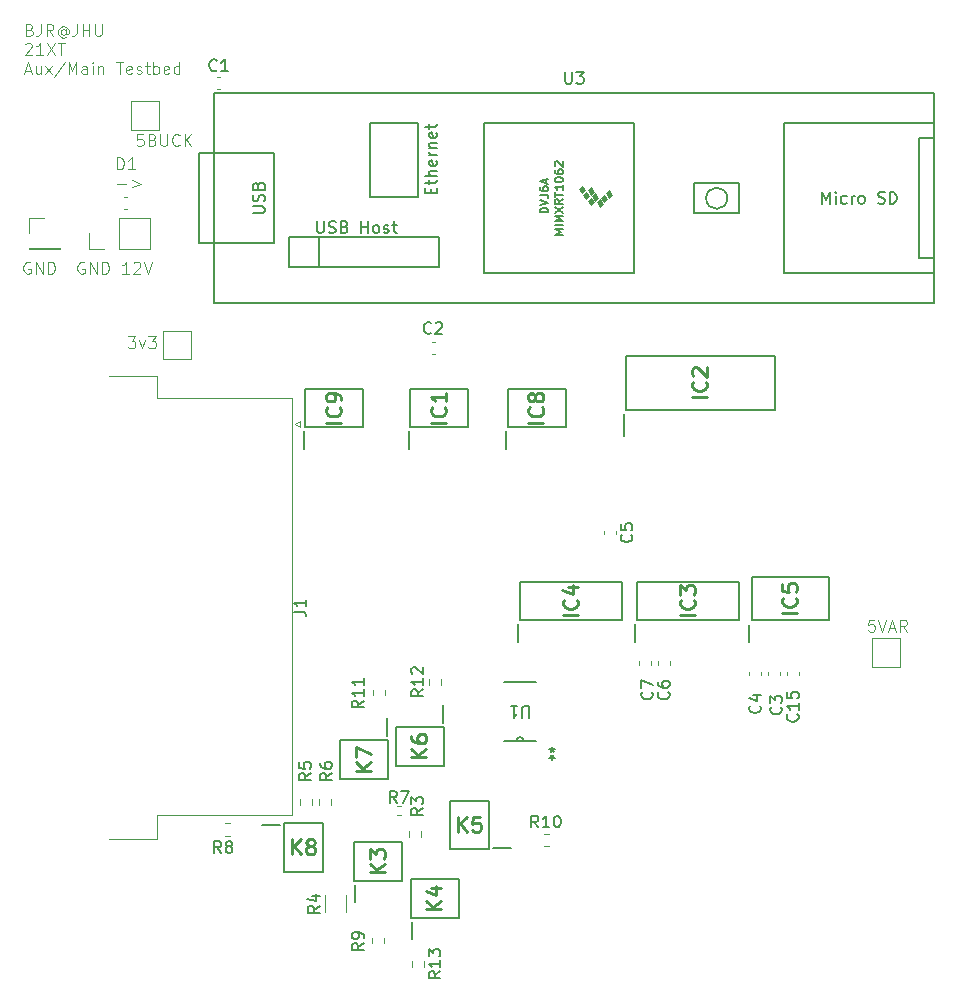
<source format=gbr>
%TF.GenerationSoftware,KiCad,Pcbnew,8.0.6*%
%TF.CreationDate,2024-12-22T02:50:07-05:00*%
%TF.ProjectId,accessory_test,61636365-7373-46f7-9279-5f746573742e,rev?*%
%TF.SameCoordinates,Original*%
%TF.FileFunction,Legend,Top*%
%TF.FilePolarity,Positive*%
%FSLAX46Y46*%
G04 Gerber Fmt 4.6, Leading zero omitted, Abs format (unit mm)*
G04 Created by KiCad (PCBNEW 8.0.6) date 2024-12-22 02:50:07*
%MOMM*%
%LPD*%
G01*
G04 APERTURE LIST*
%ADD10C,0.100000*%
%ADD11C,0.150000*%
%ADD12C,0.254000*%
%ADD13C,0.120000*%
%ADD14C,0.200000*%
%ADD15C,0.152400*%
G04 APERTURE END LIST*
D10*
X87759217Y-46319121D02*
X87902074Y-46366740D01*
X87902074Y-46366740D02*
X87949693Y-46414359D01*
X87949693Y-46414359D02*
X87997312Y-46509597D01*
X87997312Y-46509597D02*
X87997312Y-46652454D01*
X87997312Y-46652454D02*
X87949693Y-46747692D01*
X87949693Y-46747692D02*
X87902074Y-46795312D01*
X87902074Y-46795312D02*
X87806836Y-46842931D01*
X87806836Y-46842931D02*
X87425884Y-46842931D01*
X87425884Y-46842931D02*
X87425884Y-45842931D01*
X87425884Y-45842931D02*
X87759217Y-45842931D01*
X87759217Y-45842931D02*
X87854455Y-45890550D01*
X87854455Y-45890550D02*
X87902074Y-45938169D01*
X87902074Y-45938169D02*
X87949693Y-46033407D01*
X87949693Y-46033407D02*
X87949693Y-46128645D01*
X87949693Y-46128645D02*
X87902074Y-46223883D01*
X87902074Y-46223883D02*
X87854455Y-46271502D01*
X87854455Y-46271502D02*
X87759217Y-46319121D01*
X87759217Y-46319121D02*
X87425884Y-46319121D01*
X88711598Y-45842931D02*
X88711598Y-46557216D01*
X88711598Y-46557216D02*
X88663979Y-46700073D01*
X88663979Y-46700073D02*
X88568741Y-46795312D01*
X88568741Y-46795312D02*
X88425884Y-46842931D01*
X88425884Y-46842931D02*
X88330646Y-46842931D01*
X89759217Y-46842931D02*
X89425884Y-46366740D01*
X89187789Y-46842931D02*
X89187789Y-45842931D01*
X89187789Y-45842931D02*
X89568741Y-45842931D01*
X89568741Y-45842931D02*
X89663979Y-45890550D01*
X89663979Y-45890550D02*
X89711598Y-45938169D01*
X89711598Y-45938169D02*
X89759217Y-46033407D01*
X89759217Y-46033407D02*
X89759217Y-46176264D01*
X89759217Y-46176264D02*
X89711598Y-46271502D01*
X89711598Y-46271502D02*
X89663979Y-46319121D01*
X89663979Y-46319121D02*
X89568741Y-46366740D01*
X89568741Y-46366740D02*
X89187789Y-46366740D01*
X90806836Y-46366740D02*
X90759217Y-46319121D01*
X90759217Y-46319121D02*
X90663979Y-46271502D01*
X90663979Y-46271502D02*
X90568741Y-46271502D01*
X90568741Y-46271502D02*
X90473503Y-46319121D01*
X90473503Y-46319121D02*
X90425884Y-46366740D01*
X90425884Y-46366740D02*
X90378265Y-46461978D01*
X90378265Y-46461978D02*
X90378265Y-46557216D01*
X90378265Y-46557216D02*
X90425884Y-46652454D01*
X90425884Y-46652454D02*
X90473503Y-46700073D01*
X90473503Y-46700073D02*
X90568741Y-46747692D01*
X90568741Y-46747692D02*
X90663979Y-46747692D01*
X90663979Y-46747692D02*
X90759217Y-46700073D01*
X90759217Y-46700073D02*
X90806836Y-46652454D01*
X90806836Y-46271502D02*
X90806836Y-46652454D01*
X90806836Y-46652454D02*
X90854455Y-46700073D01*
X90854455Y-46700073D02*
X90902074Y-46700073D01*
X90902074Y-46700073D02*
X90997313Y-46652454D01*
X90997313Y-46652454D02*
X91044932Y-46557216D01*
X91044932Y-46557216D02*
X91044932Y-46319121D01*
X91044932Y-46319121D02*
X90949694Y-46176264D01*
X90949694Y-46176264D02*
X90806836Y-46081026D01*
X90806836Y-46081026D02*
X90616360Y-46033407D01*
X90616360Y-46033407D02*
X90425884Y-46081026D01*
X90425884Y-46081026D02*
X90283027Y-46176264D01*
X90283027Y-46176264D02*
X90187789Y-46319121D01*
X90187789Y-46319121D02*
X90140170Y-46509597D01*
X90140170Y-46509597D02*
X90187789Y-46700073D01*
X90187789Y-46700073D02*
X90283027Y-46842931D01*
X90283027Y-46842931D02*
X90425884Y-46938169D01*
X90425884Y-46938169D02*
X90616360Y-46985788D01*
X90616360Y-46985788D02*
X90806836Y-46938169D01*
X90806836Y-46938169D02*
X90949694Y-46842931D01*
X91759217Y-45842931D02*
X91759217Y-46557216D01*
X91759217Y-46557216D02*
X91711598Y-46700073D01*
X91711598Y-46700073D02*
X91616360Y-46795312D01*
X91616360Y-46795312D02*
X91473503Y-46842931D01*
X91473503Y-46842931D02*
X91378265Y-46842931D01*
X92235408Y-46842931D02*
X92235408Y-45842931D01*
X92235408Y-46319121D02*
X92806836Y-46319121D01*
X92806836Y-46842931D02*
X92806836Y-45842931D01*
X93283027Y-45842931D02*
X93283027Y-46652454D01*
X93283027Y-46652454D02*
X93330646Y-46747692D01*
X93330646Y-46747692D02*
X93378265Y-46795312D01*
X93378265Y-46795312D02*
X93473503Y-46842931D01*
X93473503Y-46842931D02*
X93663979Y-46842931D01*
X93663979Y-46842931D02*
X93759217Y-46795312D01*
X93759217Y-46795312D02*
X93806836Y-46747692D01*
X93806836Y-46747692D02*
X93854455Y-46652454D01*
X93854455Y-46652454D02*
X93854455Y-45842931D01*
X87378265Y-47548113D02*
X87425884Y-47500494D01*
X87425884Y-47500494D02*
X87521122Y-47452875D01*
X87521122Y-47452875D02*
X87759217Y-47452875D01*
X87759217Y-47452875D02*
X87854455Y-47500494D01*
X87854455Y-47500494D02*
X87902074Y-47548113D01*
X87902074Y-47548113D02*
X87949693Y-47643351D01*
X87949693Y-47643351D02*
X87949693Y-47738589D01*
X87949693Y-47738589D02*
X87902074Y-47881446D01*
X87902074Y-47881446D02*
X87330646Y-48452875D01*
X87330646Y-48452875D02*
X87949693Y-48452875D01*
X88902074Y-48452875D02*
X88330646Y-48452875D01*
X88616360Y-48452875D02*
X88616360Y-47452875D01*
X88616360Y-47452875D02*
X88521122Y-47595732D01*
X88521122Y-47595732D02*
X88425884Y-47690970D01*
X88425884Y-47690970D02*
X88330646Y-47738589D01*
X89235408Y-47452875D02*
X89902074Y-48452875D01*
X89902074Y-47452875D02*
X89235408Y-48452875D01*
X90140170Y-47452875D02*
X90711598Y-47452875D01*
X90425884Y-48452875D02*
X90425884Y-47452875D01*
X87378265Y-49777104D02*
X87854455Y-49777104D01*
X87283027Y-50062819D02*
X87616360Y-49062819D01*
X87616360Y-49062819D02*
X87949693Y-50062819D01*
X88711598Y-49396152D02*
X88711598Y-50062819D01*
X88283027Y-49396152D02*
X88283027Y-49919961D01*
X88283027Y-49919961D02*
X88330646Y-50015200D01*
X88330646Y-50015200D02*
X88425884Y-50062819D01*
X88425884Y-50062819D02*
X88568741Y-50062819D01*
X88568741Y-50062819D02*
X88663979Y-50015200D01*
X88663979Y-50015200D02*
X88711598Y-49967580D01*
X89092551Y-50062819D02*
X89616360Y-49396152D01*
X89092551Y-49396152D02*
X89616360Y-50062819D01*
X90711598Y-49015200D02*
X89854456Y-50300914D01*
X91044932Y-50062819D02*
X91044932Y-49062819D01*
X91044932Y-49062819D02*
X91378265Y-49777104D01*
X91378265Y-49777104D02*
X91711598Y-49062819D01*
X91711598Y-49062819D02*
X91711598Y-50062819D01*
X92616360Y-50062819D02*
X92616360Y-49539009D01*
X92616360Y-49539009D02*
X92568741Y-49443771D01*
X92568741Y-49443771D02*
X92473503Y-49396152D01*
X92473503Y-49396152D02*
X92283027Y-49396152D01*
X92283027Y-49396152D02*
X92187789Y-49443771D01*
X92616360Y-50015200D02*
X92521122Y-50062819D01*
X92521122Y-50062819D02*
X92283027Y-50062819D01*
X92283027Y-50062819D02*
X92187789Y-50015200D01*
X92187789Y-50015200D02*
X92140170Y-49919961D01*
X92140170Y-49919961D02*
X92140170Y-49824723D01*
X92140170Y-49824723D02*
X92187789Y-49729485D01*
X92187789Y-49729485D02*
X92283027Y-49681866D01*
X92283027Y-49681866D02*
X92521122Y-49681866D01*
X92521122Y-49681866D02*
X92616360Y-49634247D01*
X93092551Y-50062819D02*
X93092551Y-49396152D01*
X93092551Y-49062819D02*
X93044932Y-49110438D01*
X93044932Y-49110438D02*
X93092551Y-49158057D01*
X93092551Y-49158057D02*
X93140170Y-49110438D01*
X93140170Y-49110438D02*
X93092551Y-49062819D01*
X93092551Y-49062819D02*
X93092551Y-49158057D01*
X93568741Y-49396152D02*
X93568741Y-50062819D01*
X93568741Y-49491390D02*
X93616360Y-49443771D01*
X93616360Y-49443771D02*
X93711598Y-49396152D01*
X93711598Y-49396152D02*
X93854455Y-49396152D01*
X93854455Y-49396152D02*
X93949693Y-49443771D01*
X93949693Y-49443771D02*
X93997312Y-49539009D01*
X93997312Y-49539009D02*
X93997312Y-50062819D01*
X95092551Y-49062819D02*
X95663979Y-49062819D01*
X95378265Y-50062819D02*
X95378265Y-49062819D01*
X96378265Y-50015200D02*
X96283027Y-50062819D01*
X96283027Y-50062819D02*
X96092551Y-50062819D01*
X96092551Y-50062819D02*
X95997313Y-50015200D01*
X95997313Y-50015200D02*
X95949694Y-49919961D01*
X95949694Y-49919961D02*
X95949694Y-49539009D01*
X95949694Y-49539009D02*
X95997313Y-49443771D01*
X95997313Y-49443771D02*
X96092551Y-49396152D01*
X96092551Y-49396152D02*
X96283027Y-49396152D01*
X96283027Y-49396152D02*
X96378265Y-49443771D01*
X96378265Y-49443771D02*
X96425884Y-49539009D01*
X96425884Y-49539009D02*
X96425884Y-49634247D01*
X96425884Y-49634247D02*
X95949694Y-49729485D01*
X96806837Y-50015200D02*
X96902075Y-50062819D01*
X96902075Y-50062819D02*
X97092551Y-50062819D01*
X97092551Y-50062819D02*
X97187789Y-50015200D01*
X97187789Y-50015200D02*
X97235408Y-49919961D01*
X97235408Y-49919961D02*
X97235408Y-49872342D01*
X97235408Y-49872342D02*
X97187789Y-49777104D01*
X97187789Y-49777104D02*
X97092551Y-49729485D01*
X97092551Y-49729485D02*
X96949694Y-49729485D01*
X96949694Y-49729485D02*
X96854456Y-49681866D01*
X96854456Y-49681866D02*
X96806837Y-49586628D01*
X96806837Y-49586628D02*
X96806837Y-49539009D01*
X96806837Y-49539009D02*
X96854456Y-49443771D01*
X96854456Y-49443771D02*
X96949694Y-49396152D01*
X96949694Y-49396152D02*
X97092551Y-49396152D01*
X97092551Y-49396152D02*
X97187789Y-49443771D01*
X97521123Y-49396152D02*
X97902075Y-49396152D01*
X97663980Y-49062819D02*
X97663980Y-49919961D01*
X97663980Y-49919961D02*
X97711599Y-50015200D01*
X97711599Y-50015200D02*
X97806837Y-50062819D01*
X97806837Y-50062819D02*
X97902075Y-50062819D01*
X98235409Y-50062819D02*
X98235409Y-49062819D01*
X98235409Y-49443771D02*
X98330647Y-49396152D01*
X98330647Y-49396152D02*
X98521123Y-49396152D01*
X98521123Y-49396152D02*
X98616361Y-49443771D01*
X98616361Y-49443771D02*
X98663980Y-49491390D01*
X98663980Y-49491390D02*
X98711599Y-49586628D01*
X98711599Y-49586628D02*
X98711599Y-49872342D01*
X98711599Y-49872342D02*
X98663980Y-49967580D01*
X98663980Y-49967580D02*
X98616361Y-50015200D01*
X98616361Y-50015200D02*
X98521123Y-50062819D01*
X98521123Y-50062819D02*
X98330647Y-50062819D01*
X98330647Y-50062819D02*
X98235409Y-50015200D01*
X99521123Y-50015200D02*
X99425885Y-50062819D01*
X99425885Y-50062819D02*
X99235409Y-50062819D01*
X99235409Y-50062819D02*
X99140171Y-50015200D01*
X99140171Y-50015200D02*
X99092552Y-49919961D01*
X99092552Y-49919961D02*
X99092552Y-49539009D01*
X99092552Y-49539009D02*
X99140171Y-49443771D01*
X99140171Y-49443771D02*
X99235409Y-49396152D01*
X99235409Y-49396152D02*
X99425885Y-49396152D01*
X99425885Y-49396152D02*
X99521123Y-49443771D01*
X99521123Y-49443771D02*
X99568742Y-49539009D01*
X99568742Y-49539009D02*
X99568742Y-49634247D01*
X99568742Y-49634247D02*
X99092552Y-49729485D01*
X100425885Y-50062819D02*
X100425885Y-49062819D01*
X100425885Y-50015200D02*
X100330647Y-50062819D01*
X100330647Y-50062819D02*
X100140171Y-50062819D01*
X100140171Y-50062819D02*
X100044933Y-50015200D01*
X100044933Y-50015200D02*
X99997314Y-49967580D01*
X99997314Y-49967580D02*
X99949695Y-49872342D01*
X99949695Y-49872342D02*
X99949695Y-49586628D01*
X99949695Y-49586628D02*
X99997314Y-49491390D01*
X99997314Y-49491390D02*
X100044933Y-49443771D01*
X100044933Y-49443771D02*
X100140171Y-49396152D01*
X100140171Y-49396152D02*
X100330647Y-49396152D01*
X100330647Y-49396152D02*
X100425885Y-49443771D01*
X159276074Y-96281419D02*
X158799884Y-96281419D01*
X158799884Y-96281419D02*
X158752265Y-96757609D01*
X158752265Y-96757609D02*
X158799884Y-96709990D01*
X158799884Y-96709990D02*
X158895122Y-96662371D01*
X158895122Y-96662371D02*
X159133217Y-96662371D01*
X159133217Y-96662371D02*
X159228455Y-96709990D01*
X159228455Y-96709990D02*
X159276074Y-96757609D01*
X159276074Y-96757609D02*
X159323693Y-96852847D01*
X159323693Y-96852847D02*
X159323693Y-97090942D01*
X159323693Y-97090942D02*
X159276074Y-97186180D01*
X159276074Y-97186180D02*
X159228455Y-97233800D01*
X159228455Y-97233800D02*
X159133217Y-97281419D01*
X159133217Y-97281419D02*
X158895122Y-97281419D01*
X158895122Y-97281419D02*
X158799884Y-97233800D01*
X158799884Y-97233800D02*
X158752265Y-97186180D01*
X159609408Y-96281419D02*
X159942741Y-97281419D01*
X159942741Y-97281419D02*
X160276074Y-96281419D01*
X160561789Y-96995704D02*
X161037979Y-96995704D01*
X160466551Y-97281419D02*
X160799884Y-96281419D01*
X160799884Y-96281419D02*
X161133217Y-97281419D01*
X162037979Y-97281419D02*
X161704646Y-96805228D01*
X161466551Y-97281419D02*
X161466551Y-96281419D01*
X161466551Y-96281419D02*
X161847503Y-96281419D01*
X161847503Y-96281419D02*
X161942741Y-96329038D01*
X161942741Y-96329038D02*
X161990360Y-96376657D01*
X161990360Y-96376657D02*
X162037979Y-96471895D01*
X162037979Y-96471895D02*
X162037979Y-96614752D01*
X162037979Y-96614752D02*
X161990360Y-96709990D01*
X161990360Y-96709990D02*
X161942741Y-96757609D01*
X161942741Y-96757609D02*
X161847503Y-96805228D01*
X161847503Y-96805228D02*
X161466551Y-96805228D01*
X96093646Y-72278419D02*
X96712693Y-72278419D01*
X96712693Y-72278419D02*
X96379360Y-72659371D01*
X96379360Y-72659371D02*
X96522217Y-72659371D01*
X96522217Y-72659371D02*
X96617455Y-72706990D01*
X96617455Y-72706990D02*
X96665074Y-72754609D01*
X96665074Y-72754609D02*
X96712693Y-72849847D01*
X96712693Y-72849847D02*
X96712693Y-73087942D01*
X96712693Y-73087942D02*
X96665074Y-73183180D01*
X96665074Y-73183180D02*
X96617455Y-73230800D01*
X96617455Y-73230800D02*
X96522217Y-73278419D01*
X96522217Y-73278419D02*
X96236503Y-73278419D01*
X96236503Y-73278419D02*
X96141265Y-73230800D01*
X96141265Y-73230800D02*
X96093646Y-73183180D01*
X97046027Y-72611752D02*
X97284122Y-73278419D01*
X97284122Y-73278419D02*
X97522217Y-72611752D01*
X97807932Y-72278419D02*
X98426979Y-72278419D01*
X98426979Y-72278419D02*
X98093646Y-72659371D01*
X98093646Y-72659371D02*
X98236503Y-72659371D01*
X98236503Y-72659371D02*
X98331741Y-72706990D01*
X98331741Y-72706990D02*
X98379360Y-72754609D01*
X98379360Y-72754609D02*
X98426979Y-72849847D01*
X98426979Y-72849847D02*
X98426979Y-73087942D01*
X98426979Y-73087942D02*
X98379360Y-73183180D01*
X98379360Y-73183180D02*
X98331741Y-73230800D01*
X98331741Y-73230800D02*
X98236503Y-73278419D01*
X98236503Y-73278419D02*
X97950789Y-73278419D01*
X97950789Y-73278419D02*
X97855551Y-73230800D01*
X97855551Y-73230800D02*
X97807932Y-73183180D01*
X97350874Y-55158819D02*
X96874684Y-55158819D01*
X96874684Y-55158819D02*
X96827065Y-55635009D01*
X96827065Y-55635009D02*
X96874684Y-55587390D01*
X96874684Y-55587390D02*
X96969922Y-55539771D01*
X96969922Y-55539771D02*
X97208017Y-55539771D01*
X97208017Y-55539771D02*
X97303255Y-55587390D01*
X97303255Y-55587390D02*
X97350874Y-55635009D01*
X97350874Y-55635009D02*
X97398493Y-55730247D01*
X97398493Y-55730247D02*
X97398493Y-55968342D01*
X97398493Y-55968342D02*
X97350874Y-56063580D01*
X97350874Y-56063580D02*
X97303255Y-56111200D01*
X97303255Y-56111200D02*
X97208017Y-56158819D01*
X97208017Y-56158819D02*
X96969922Y-56158819D01*
X96969922Y-56158819D02*
X96874684Y-56111200D01*
X96874684Y-56111200D02*
X96827065Y-56063580D01*
X98160398Y-55635009D02*
X98303255Y-55682628D01*
X98303255Y-55682628D02*
X98350874Y-55730247D01*
X98350874Y-55730247D02*
X98398493Y-55825485D01*
X98398493Y-55825485D02*
X98398493Y-55968342D01*
X98398493Y-55968342D02*
X98350874Y-56063580D01*
X98350874Y-56063580D02*
X98303255Y-56111200D01*
X98303255Y-56111200D02*
X98208017Y-56158819D01*
X98208017Y-56158819D02*
X97827065Y-56158819D01*
X97827065Y-56158819D02*
X97827065Y-55158819D01*
X97827065Y-55158819D02*
X98160398Y-55158819D01*
X98160398Y-55158819D02*
X98255636Y-55206438D01*
X98255636Y-55206438D02*
X98303255Y-55254057D01*
X98303255Y-55254057D02*
X98350874Y-55349295D01*
X98350874Y-55349295D02*
X98350874Y-55444533D01*
X98350874Y-55444533D02*
X98303255Y-55539771D01*
X98303255Y-55539771D02*
X98255636Y-55587390D01*
X98255636Y-55587390D02*
X98160398Y-55635009D01*
X98160398Y-55635009D02*
X97827065Y-55635009D01*
X98827065Y-55158819D02*
X98827065Y-55968342D01*
X98827065Y-55968342D02*
X98874684Y-56063580D01*
X98874684Y-56063580D02*
X98922303Y-56111200D01*
X98922303Y-56111200D02*
X99017541Y-56158819D01*
X99017541Y-56158819D02*
X99208017Y-56158819D01*
X99208017Y-56158819D02*
X99303255Y-56111200D01*
X99303255Y-56111200D02*
X99350874Y-56063580D01*
X99350874Y-56063580D02*
X99398493Y-55968342D01*
X99398493Y-55968342D02*
X99398493Y-55158819D01*
X100446112Y-56063580D02*
X100398493Y-56111200D01*
X100398493Y-56111200D02*
X100255636Y-56158819D01*
X100255636Y-56158819D02*
X100160398Y-56158819D01*
X100160398Y-56158819D02*
X100017541Y-56111200D01*
X100017541Y-56111200D02*
X99922303Y-56015961D01*
X99922303Y-56015961D02*
X99874684Y-55920723D01*
X99874684Y-55920723D02*
X99827065Y-55730247D01*
X99827065Y-55730247D02*
X99827065Y-55587390D01*
X99827065Y-55587390D02*
X99874684Y-55396914D01*
X99874684Y-55396914D02*
X99922303Y-55301676D01*
X99922303Y-55301676D02*
X100017541Y-55206438D01*
X100017541Y-55206438D02*
X100160398Y-55158819D01*
X100160398Y-55158819D02*
X100255636Y-55158819D01*
X100255636Y-55158819D02*
X100398493Y-55206438D01*
X100398493Y-55206438D02*
X100446112Y-55254057D01*
X100874684Y-56158819D02*
X100874684Y-55158819D01*
X101446112Y-56158819D02*
X101017541Y-55587390D01*
X101446112Y-55158819D02*
X100874684Y-55730247D01*
X87797293Y-66026838D02*
X87702055Y-65979219D01*
X87702055Y-65979219D02*
X87559198Y-65979219D01*
X87559198Y-65979219D02*
X87416341Y-66026838D01*
X87416341Y-66026838D02*
X87321103Y-66122076D01*
X87321103Y-66122076D02*
X87273484Y-66217314D01*
X87273484Y-66217314D02*
X87225865Y-66407790D01*
X87225865Y-66407790D02*
X87225865Y-66550647D01*
X87225865Y-66550647D02*
X87273484Y-66741123D01*
X87273484Y-66741123D02*
X87321103Y-66836361D01*
X87321103Y-66836361D02*
X87416341Y-66931600D01*
X87416341Y-66931600D02*
X87559198Y-66979219D01*
X87559198Y-66979219D02*
X87654436Y-66979219D01*
X87654436Y-66979219D02*
X87797293Y-66931600D01*
X87797293Y-66931600D02*
X87844912Y-66883980D01*
X87844912Y-66883980D02*
X87844912Y-66550647D01*
X87844912Y-66550647D02*
X87654436Y-66550647D01*
X88273484Y-66979219D02*
X88273484Y-65979219D01*
X88273484Y-65979219D02*
X88844912Y-66979219D01*
X88844912Y-66979219D02*
X88844912Y-65979219D01*
X89321103Y-66979219D02*
X89321103Y-65979219D01*
X89321103Y-65979219D02*
X89559198Y-65979219D01*
X89559198Y-65979219D02*
X89702055Y-66026838D01*
X89702055Y-66026838D02*
X89797293Y-66122076D01*
X89797293Y-66122076D02*
X89844912Y-66217314D01*
X89844912Y-66217314D02*
X89892531Y-66407790D01*
X89892531Y-66407790D02*
X89892531Y-66550647D01*
X89892531Y-66550647D02*
X89844912Y-66741123D01*
X89844912Y-66741123D02*
X89797293Y-66836361D01*
X89797293Y-66836361D02*
X89702055Y-66931600D01*
X89702055Y-66931600D02*
X89559198Y-66979219D01*
X89559198Y-66979219D02*
X89321103Y-66979219D01*
X92368722Y-66026838D02*
X92273484Y-65979219D01*
X92273484Y-65979219D02*
X92130627Y-65979219D01*
X92130627Y-65979219D02*
X91987770Y-66026838D01*
X91987770Y-66026838D02*
X91892532Y-66122076D01*
X91892532Y-66122076D02*
X91844913Y-66217314D01*
X91844913Y-66217314D02*
X91797294Y-66407790D01*
X91797294Y-66407790D02*
X91797294Y-66550647D01*
X91797294Y-66550647D02*
X91844913Y-66741123D01*
X91844913Y-66741123D02*
X91892532Y-66836361D01*
X91892532Y-66836361D02*
X91987770Y-66931600D01*
X91987770Y-66931600D02*
X92130627Y-66979219D01*
X92130627Y-66979219D02*
X92225865Y-66979219D01*
X92225865Y-66979219D02*
X92368722Y-66931600D01*
X92368722Y-66931600D02*
X92416341Y-66883980D01*
X92416341Y-66883980D02*
X92416341Y-66550647D01*
X92416341Y-66550647D02*
X92225865Y-66550647D01*
X92844913Y-66979219D02*
X92844913Y-65979219D01*
X92844913Y-65979219D02*
X93416341Y-66979219D01*
X93416341Y-66979219D02*
X93416341Y-65979219D01*
X93892532Y-66979219D02*
X93892532Y-65979219D01*
X93892532Y-65979219D02*
X94130627Y-65979219D01*
X94130627Y-65979219D02*
X94273484Y-66026838D01*
X94273484Y-66026838D02*
X94368722Y-66122076D01*
X94368722Y-66122076D02*
X94416341Y-66217314D01*
X94416341Y-66217314D02*
X94463960Y-66407790D01*
X94463960Y-66407790D02*
X94463960Y-66550647D01*
X94463960Y-66550647D02*
X94416341Y-66741123D01*
X94416341Y-66741123D02*
X94368722Y-66836361D01*
X94368722Y-66836361D02*
X94273484Y-66931600D01*
X94273484Y-66931600D02*
X94130627Y-66979219D01*
X94130627Y-66979219D02*
X93892532Y-66979219D01*
X96178246Y-66979219D02*
X95606818Y-66979219D01*
X95892532Y-66979219D02*
X95892532Y-65979219D01*
X95892532Y-65979219D02*
X95797294Y-66122076D01*
X95797294Y-66122076D02*
X95702056Y-66217314D01*
X95702056Y-66217314D02*
X95606818Y-66264933D01*
X96559199Y-66074457D02*
X96606818Y-66026838D01*
X96606818Y-66026838D02*
X96702056Y-65979219D01*
X96702056Y-65979219D02*
X96940151Y-65979219D01*
X96940151Y-65979219D02*
X97035389Y-66026838D01*
X97035389Y-66026838D02*
X97083008Y-66074457D01*
X97083008Y-66074457D02*
X97130627Y-66169695D01*
X97130627Y-66169695D02*
X97130627Y-66264933D01*
X97130627Y-66264933D02*
X97083008Y-66407790D01*
X97083008Y-66407790D02*
X96511580Y-66979219D01*
X96511580Y-66979219D02*
X97130627Y-66979219D01*
X97416342Y-65979219D02*
X97749675Y-66979219D01*
X97749675Y-66979219D02*
X98083008Y-65979219D01*
X95147484Y-58130275D02*
X95147484Y-57130275D01*
X95147484Y-57130275D02*
X95385579Y-57130275D01*
X95385579Y-57130275D02*
X95528436Y-57177894D01*
X95528436Y-57177894D02*
X95623674Y-57273132D01*
X95623674Y-57273132D02*
X95671293Y-57368370D01*
X95671293Y-57368370D02*
X95718912Y-57558846D01*
X95718912Y-57558846D02*
X95718912Y-57701703D01*
X95718912Y-57701703D02*
X95671293Y-57892179D01*
X95671293Y-57892179D02*
X95623674Y-57987417D01*
X95623674Y-57987417D02*
X95528436Y-58082656D01*
X95528436Y-58082656D02*
X95385579Y-58130275D01*
X95385579Y-58130275D02*
X95147484Y-58130275D01*
X96671293Y-58130275D02*
X96099865Y-58130275D01*
X96385579Y-58130275D02*
X96385579Y-57130275D01*
X96385579Y-57130275D02*
X96290341Y-57273132D01*
X96290341Y-57273132D02*
X96195103Y-57368370D01*
X96195103Y-57368370D02*
X96099865Y-57415989D01*
X95147484Y-59359266D02*
X95909389Y-59359266D01*
X96385579Y-59073552D02*
X97147484Y-59359266D01*
X97147484Y-59359266D02*
X96385579Y-59644980D01*
D11*
X122534819Y-126055857D02*
X122058628Y-126389190D01*
X122534819Y-126627285D02*
X121534819Y-126627285D01*
X121534819Y-126627285D02*
X121534819Y-126246333D01*
X121534819Y-126246333D02*
X121582438Y-126151095D01*
X121582438Y-126151095D02*
X121630057Y-126103476D01*
X121630057Y-126103476D02*
X121725295Y-126055857D01*
X121725295Y-126055857D02*
X121868152Y-126055857D01*
X121868152Y-126055857D02*
X121963390Y-126103476D01*
X121963390Y-126103476D02*
X122011009Y-126151095D01*
X122011009Y-126151095D02*
X122058628Y-126246333D01*
X122058628Y-126246333D02*
X122058628Y-126627285D01*
X122534819Y-125103476D02*
X122534819Y-125674904D01*
X122534819Y-125389190D02*
X121534819Y-125389190D01*
X121534819Y-125389190D02*
X121677676Y-125484428D01*
X121677676Y-125484428D02*
X121772914Y-125579666D01*
X121772914Y-125579666D02*
X121820533Y-125674904D01*
X121534819Y-124770142D02*
X121534819Y-124151095D01*
X121534819Y-124151095D02*
X121915771Y-124484428D01*
X121915771Y-124484428D02*
X121915771Y-124341571D01*
X121915771Y-124341571D02*
X121963390Y-124246333D01*
X121963390Y-124246333D02*
X122011009Y-124198714D01*
X122011009Y-124198714D02*
X122106247Y-124151095D01*
X122106247Y-124151095D02*
X122344342Y-124151095D01*
X122344342Y-124151095D02*
X122439580Y-124198714D01*
X122439580Y-124198714D02*
X122487200Y-124246333D01*
X122487200Y-124246333D02*
X122534819Y-124341571D01*
X122534819Y-124341571D02*
X122534819Y-124627285D01*
X122534819Y-124627285D02*
X122487200Y-124722523D01*
X122487200Y-124722523D02*
X122439580Y-124770142D01*
X121071819Y-102178857D02*
X120595628Y-102512190D01*
X121071819Y-102750285D02*
X120071819Y-102750285D01*
X120071819Y-102750285D02*
X120071819Y-102369333D01*
X120071819Y-102369333D02*
X120119438Y-102274095D01*
X120119438Y-102274095D02*
X120167057Y-102226476D01*
X120167057Y-102226476D02*
X120262295Y-102178857D01*
X120262295Y-102178857D02*
X120405152Y-102178857D01*
X120405152Y-102178857D02*
X120500390Y-102226476D01*
X120500390Y-102226476D02*
X120548009Y-102274095D01*
X120548009Y-102274095D02*
X120595628Y-102369333D01*
X120595628Y-102369333D02*
X120595628Y-102750285D01*
X121071819Y-101226476D02*
X121071819Y-101797904D01*
X121071819Y-101512190D02*
X120071819Y-101512190D01*
X120071819Y-101512190D02*
X120214676Y-101607428D01*
X120214676Y-101607428D02*
X120309914Y-101702666D01*
X120309914Y-101702666D02*
X120357533Y-101797904D01*
X120167057Y-100845523D02*
X120119438Y-100797904D01*
X120119438Y-100797904D02*
X120071819Y-100702666D01*
X120071819Y-100702666D02*
X120071819Y-100464571D01*
X120071819Y-100464571D02*
X120119438Y-100369333D01*
X120119438Y-100369333D02*
X120167057Y-100321714D01*
X120167057Y-100321714D02*
X120262295Y-100274095D01*
X120262295Y-100274095D02*
X120357533Y-100274095D01*
X120357533Y-100274095D02*
X120500390Y-100321714D01*
X120500390Y-100321714D02*
X121071819Y-100893142D01*
X121071819Y-100893142D02*
X121071819Y-100274095D01*
X116024819Y-103130857D02*
X115548628Y-103464190D01*
X116024819Y-103702285D02*
X115024819Y-103702285D01*
X115024819Y-103702285D02*
X115024819Y-103321333D01*
X115024819Y-103321333D02*
X115072438Y-103226095D01*
X115072438Y-103226095D02*
X115120057Y-103178476D01*
X115120057Y-103178476D02*
X115215295Y-103130857D01*
X115215295Y-103130857D02*
X115358152Y-103130857D01*
X115358152Y-103130857D02*
X115453390Y-103178476D01*
X115453390Y-103178476D02*
X115501009Y-103226095D01*
X115501009Y-103226095D02*
X115548628Y-103321333D01*
X115548628Y-103321333D02*
X115548628Y-103702285D01*
X116024819Y-102178476D02*
X116024819Y-102749904D01*
X116024819Y-102464190D02*
X115024819Y-102464190D01*
X115024819Y-102464190D02*
X115167676Y-102559428D01*
X115167676Y-102559428D02*
X115262914Y-102654666D01*
X115262914Y-102654666D02*
X115310533Y-102749904D01*
X116024819Y-101226095D02*
X116024819Y-101797523D01*
X116024819Y-101511809D02*
X115024819Y-101511809D01*
X115024819Y-101511809D02*
X115167676Y-101607047D01*
X115167676Y-101607047D02*
X115262914Y-101702285D01*
X115262914Y-101702285D02*
X115310533Y-101797523D01*
X130802142Y-113865819D02*
X130468809Y-113389628D01*
X130230714Y-113865819D02*
X130230714Y-112865819D01*
X130230714Y-112865819D02*
X130611666Y-112865819D01*
X130611666Y-112865819D02*
X130706904Y-112913438D01*
X130706904Y-112913438D02*
X130754523Y-112961057D01*
X130754523Y-112961057D02*
X130802142Y-113056295D01*
X130802142Y-113056295D02*
X130802142Y-113199152D01*
X130802142Y-113199152D02*
X130754523Y-113294390D01*
X130754523Y-113294390D02*
X130706904Y-113342009D01*
X130706904Y-113342009D02*
X130611666Y-113389628D01*
X130611666Y-113389628D02*
X130230714Y-113389628D01*
X131754523Y-113865819D02*
X131183095Y-113865819D01*
X131468809Y-113865819D02*
X131468809Y-112865819D01*
X131468809Y-112865819D02*
X131373571Y-113008676D01*
X131373571Y-113008676D02*
X131278333Y-113103914D01*
X131278333Y-113103914D02*
X131183095Y-113151533D01*
X132373571Y-112865819D02*
X132468809Y-112865819D01*
X132468809Y-112865819D02*
X132564047Y-112913438D01*
X132564047Y-112913438D02*
X132611666Y-112961057D01*
X132611666Y-112961057D02*
X132659285Y-113056295D01*
X132659285Y-113056295D02*
X132706904Y-113246771D01*
X132706904Y-113246771D02*
X132706904Y-113484866D01*
X132706904Y-113484866D02*
X132659285Y-113675342D01*
X132659285Y-113675342D02*
X132611666Y-113770580D01*
X132611666Y-113770580D02*
X132564047Y-113818200D01*
X132564047Y-113818200D02*
X132468809Y-113865819D01*
X132468809Y-113865819D02*
X132373571Y-113865819D01*
X132373571Y-113865819D02*
X132278333Y-113818200D01*
X132278333Y-113818200D02*
X132230714Y-113770580D01*
X132230714Y-113770580D02*
X132183095Y-113675342D01*
X132183095Y-113675342D02*
X132135476Y-113484866D01*
X132135476Y-113484866D02*
X132135476Y-113246771D01*
X132135476Y-113246771D02*
X132183095Y-113056295D01*
X132183095Y-113056295D02*
X132230714Y-112961057D01*
X132230714Y-112961057D02*
X132278333Y-112913438D01*
X132278333Y-112913438D02*
X132373571Y-112865819D01*
X116024819Y-123674666D02*
X115548628Y-124007999D01*
X116024819Y-124246094D02*
X115024819Y-124246094D01*
X115024819Y-124246094D02*
X115024819Y-123865142D01*
X115024819Y-123865142D02*
X115072438Y-123769904D01*
X115072438Y-123769904D02*
X115120057Y-123722285D01*
X115120057Y-123722285D02*
X115215295Y-123674666D01*
X115215295Y-123674666D02*
X115358152Y-123674666D01*
X115358152Y-123674666D02*
X115453390Y-123722285D01*
X115453390Y-123722285D02*
X115501009Y-123769904D01*
X115501009Y-123769904D02*
X115548628Y-123865142D01*
X115548628Y-123865142D02*
X115548628Y-124246094D01*
X116024819Y-123198475D02*
X116024819Y-123007999D01*
X116024819Y-123007999D02*
X115977200Y-122912761D01*
X115977200Y-122912761D02*
X115929580Y-122865142D01*
X115929580Y-122865142D02*
X115786723Y-122769904D01*
X115786723Y-122769904D02*
X115596247Y-122722285D01*
X115596247Y-122722285D02*
X115215295Y-122722285D01*
X115215295Y-122722285D02*
X115120057Y-122769904D01*
X115120057Y-122769904D02*
X115072438Y-122817523D01*
X115072438Y-122817523D02*
X115024819Y-122912761D01*
X115024819Y-122912761D02*
X115024819Y-123103237D01*
X115024819Y-123103237D02*
X115072438Y-123198475D01*
X115072438Y-123198475D02*
X115120057Y-123246094D01*
X115120057Y-123246094D02*
X115215295Y-123293713D01*
X115215295Y-123293713D02*
X115453390Y-123293713D01*
X115453390Y-123293713D02*
X115548628Y-123246094D01*
X115548628Y-123246094D02*
X115596247Y-123198475D01*
X115596247Y-123198475D02*
X115643866Y-123103237D01*
X115643866Y-123103237D02*
X115643866Y-122912761D01*
X115643866Y-122912761D02*
X115596247Y-122817523D01*
X115596247Y-122817523D02*
X115548628Y-122769904D01*
X115548628Y-122769904D02*
X115453390Y-122722285D01*
X103973333Y-116024819D02*
X103640000Y-115548628D01*
X103401905Y-116024819D02*
X103401905Y-115024819D01*
X103401905Y-115024819D02*
X103782857Y-115024819D01*
X103782857Y-115024819D02*
X103878095Y-115072438D01*
X103878095Y-115072438D02*
X103925714Y-115120057D01*
X103925714Y-115120057D02*
X103973333Y-115215295D01*
X103973333Y-115215295D02*
X103973333Y-115358152D01*
X103973333Y-115358152D02*
X103925714Y-115453390D01*
X103925714Y-115453390D02*
X103878095Y-115501009D01*
X103878095Y-115501009D02*
X103782857Y-115548628D01*
X103782857Y-115548628D02*
X103401905Y-115548628D01*
X104544762Y-115453390D02*
X104449524Y-115405771D01*
X104449524Y-115405771D02*
X104401905Y-115358152D01*
X104401905Y-115358152D02*
X104354286Y-115262914D01*
X104354286Y-115262914D02*
X104354286Y-115215295D01*
X104354286Y-115215295D02*
X104401905Y-115120057D01*
X104401905Y-115120057D02*
X104449524Y-115072438D01*
X104449524Y-115072438D02*
X104544762Y-115024819D01*
X104544762Y-115024819D02*
X104735238Y-115024819D01*
X104735238Y-115024819D02*
X104830476Y-115072438D01*
X104830476Y-115072438D02*
X104878095Y-115120057D01*
X104878095Y-115120057D02*
X104925714Y-115215295D01*
X104925714Y-115215295D02*
X104925714Y-115262914D01*
X104925714Y-115262914D02*
X104878095Y-115358152D01*
X104878095Y-115358152D02*
X104830476Y-115405771D01*
X104830476Y-115405771D02*
X104735238Y-115453390D01*
X104735238Y-115453390D02*
X104544762Y-115453390D01*
X104544762Y-115453390D02*
X104449524Y-115501009D01*
X104449524Y-115501009D02*
X104401905Y-115548628D01*
X104401905Y-115548628D02*
X104354286Y-115643866D01*
X104354286Y-115643866D02*
X104354286Y-115834342D01*
X104354286Y-115834342D02*
X104401905Y-115929580D01*
X104401905Y-115929580D02*
X104449524Y-115977200D01*
X104449524Y-115977200D02*
X104544762Y-116024819D01*
X104544762Y-116024819D02*
X104735238Y-116024819D01*
X104735238Y-116024819D02*
X104830476Y-115977200D01*
X104830476Y-115977200D02*
X104878095Y-115929580D01*
X104878095Y-115929580D02*
X104925714Y-115834342D01*
X104925714Y-115834342D02*
X104925714Y-115643866D01*
X104925714Y-115643866D02*
X104878095Y-115548628D01*
X104878095Y-115548628D02*
X104830476Y-115501009D01*
X104830476Y-115501009D02*
X104735238Y-115453390D01*
X118832333Y-111773107D02*
X118499000Y-111296916D01*
X118260905Y-111773107D02*
X118260905Y-110773107D01*
X118260905Y-110773107D02*
X118641857Y-110773107D01*
X118641857Y-110773107D02*
X118737095Y-110820726D01*
X118737095Y-110820726D02*
X118784714Y-110868345D01*
X118784714Y-110868345D02*
X118832333Y-110963583D01*
X118832333Y-110963583D02*
X118832333Y-111106440D01*
X118832333Y-111106440D02*
X118784714Y-111201678D01*
X118784714Y-111201678D02*
X118737095Y-111249297D01*
X118737095Y-111249297D02*
X118641857Y-111296916D01*
X118641857Y-111296916D02*
X118260905Y-111296916D01*
X119165667Y-110773107D02*
X119832333Y-110773107D01*
X119832333Y-110773107D02*
X119403762Y-111773107D01*
X113357819Y-109259666D02*
X112881628Y-109592999D01*
X113357819Y-109831094D02*
X112357819Y-109831094D01*
X112357819Y-109831094D02*
X112357819Y-109450142D01*
X112357819Y-109450142D02*
X112405438Y-109354904D01*
X112405438Y-109354904D02*
X112453057Y-109307285D01*
X112453057Y-109307285D02*
X112548295Y-109259666D01*
X112548295Y-109259666D02*
X112691152Y-109259666D01*
X112691152Y-109259666D02*
X112786390Y-109307285D01*
X112786390Y-109307285D02*
X112834009Y-109354904D01*
X112834009Y-109354904D02*
X112881628Y-109450142D01*
X112881628Y-109450142D02*
X112881628Y-109831094D01*
X112357819Y-108402523D02*
X112357819Y-108592999D01*
X112357819Y-108592999D02*
X112405438Y-108688237D01*
X112405438Y-108688237D02*
X112453057Y-108735856D01*
X112453057Y-108735856D02*
X112595914Y-108831094D01*
X112595914Y-108831094D02*
X112786390Y-108878713D01*
X112786390Y-108878713D02*
X113167342Y-108878713D01*
X113167342Y-108878713D02*
X113262580Y-108831094D01*
X113262580Y-108831094D02*
X113310200Y-108783475D01*
X113310200Y-108783475D02*
X113357819Y-108688237D01*
X113357819Y-108688237D02*
X113357819Y-108497761D01*
X113357819Y-108497761D02*
X113310200Y-108402523D01*
X113310200Y-108402523D02*
X113262580Y-108354904D01*
X113262580Y-108354904D02*
X113167342Y-108307285D01*
X113167342Y-108307285D02*
X112929247Y-108307285D01*
X112929247Y-108307285D02*
X112834009Y-108354904D01*
X112834009Y-108354904D02*
X112786390Y-108402523D01*
X112786390Y-108402523D02*
X112738771Y-108497761D01*
X112738771Y-108497761D02*
X112738771Y-108688237D01*
X112738771Y-108688237D02*
X112786390Y-108783475D01*
X112786390Y-108783475D02*
X112834009Y-108831094D01*
X112834009Y-108831094D02*
X112929247Y-108878713D01*
X111579819Y-109259666D02*
X111103628Y-109592999D01*
X111579819Y-109831094D02*
X110579819Y-109831094D01*
X110579819Y-109831094D02*
X110579819Y-109450142D01*
X110579819Y-109450142D02*
X110627438Y-109354904D01*
X110627438Y-109354904D02*
X110675057Y-109307285D01*
X110675057Y-109307285D02*
X110770295Y-109259666D01*
X110770295Y-109259666D02*
X110913152Y-109259666D01*
X110913152Y-109259666D02*
X111008390Y-109307285D01*
X111008390Y-109307285D02*
X111056009Y-109354904D01*
X111056009Y-109354904D02*
X111103628Y-109450142D01*
X111103628Y-109450142D02*
X111103628Y-109831094D01*
X110579819Y-108354904D02*
X110579819Y-108831094D01*
X110579819Y-108831094D02*
X111056009Y-108878713D01*
X111056009Y-108878713D02*
X111008390Y-108831094D01*
X111008390Y-108831094D02*
X110960771Y-108735856D01*
X110960771Y-108735856D02*
X110960771Y-108497761D01*
X110960771Y-108497761D02*
X111008390Y-108402523D01*
X111008390Y-108402523D02*
X111056009Y-108354904D01*
X111056009Y-108354904D02*
X111151247Y-108307285D01*
X111151247Y-108307285D02*
X111389342Y-108307285D01*
X111389342Y-108307285D02*
X111484580Y-108354904D01*
X111484580Y-108354904D02*
X111532200Y-108402523D01*
X111532200Y-108402523D02*
X111579819Y-108497761D01*
X111579819Y-108497761D02*
X111579819Y-108735856D01*
X111579819Y-108735856D02*
X111532200Y-108831094D01*
X111532200Y-108831094D02*
X111484580Y-108878713D01*
X112299819Y-120497166D02*
X111823628Y-120830499D01*
X112299819Y-121068594D02*
X111299819Y-121068594D01*
X111299819Y-121068594D02*
X111299819Y-120687642D01*
X111299819Y-120687642D02*
X111347438Y-120592404D01*
X111347438Y-120592404D02*
X111395057Y-120544785D01*
X111395057Y-120544785D02*
X111490295Y-120497166D01*
X111490295Y-120497166D02*
X111633152Y-120497166D01*
X111633152Y-120497166D02*
X111728390Y-120544785D01*
X111728390Y-120544785D02*
X111776009Y-120592404D01*
X111776009Y-120592404D02*
X111823628Y-120687642D01*
X111823628Y-120687642D02*
X111823628Y-121068594D01*
X111633152Y-119640023D02*
X112299819Y-119640023D01*
X111252200Y-119878118D02*
X111966485Y-120116213D01*
X111966485Y-120116213D02*
X111966485Y-119497166D01*
X121054019Y-112231466D02*
X120577828Y-112564799D01*
X121054019Y-112802894D02*
X120054019Y-112802894D01*
X120054019Y-112802894D02*
X120054019Y-112421942D01*
X120054019Y-112421942D02*
X120101638Y-112326704D01*
X120101638Y-112326704D02*
X120149257Y-112279085D01*
X120149257Y-112279085D02*
X120244495Y-112231466D01*
X120244495Y-112231466D02*
X120387352Y-112231466D01*
X120387352Y-112231466D02*
X120482590Y-112279085D01*
X120482590Y-112279085D02*
X120530209Y-112326704D01*
X120530209Y-112326704D02*
X120577828Y-112421942D01*
X120577828Y-112421942D02*
X120577828Y-112802894D01*
X120054019Y-111898132D02*
X120054019Y-111279085D01*
X120054019Y-111279085D02*
X120434971Y-111612418D01*
X120434971Y-111612418D02*
X120434971Y-111469561D01*
X120434971Y-111469561D02*
X120482590Y-111374323D01*
X120482590Y-111374323D02*
X120530209Y-111326704D01*
X120530209Y-111326704D02*
X120625447Y-111279085D01*
X120625447Y-111279085D02*
X120863542Y-111279085D01*
X120863542Y-111279085D02*
X120958780Y-111326704D01*
X120958780Y-111326704D02*
X121006400Y-111374323D01*
X121006400Y-111374323D02*
X121054019Y-111469561D01*
X121054019Y-111469561D02*
X121054019Y-111755275D01*
X121054019Y-111755275D02*
X121006400Y-111850513D01*
X121006400Y-111850513D02*
X120958780Y-111898132D01*
D12*
X109977618Y-116144318D02*
X109977618Y-114874318D01*
X110703333Y-116144318D02*
X110159047Y-115418603D01*
X110703333Y-114874318D02*
X109977618Y-115600032D01*
X111429047Y-115418603D02*
X111308095Y-115358127D01*
X111308095Y-115358127D02*
X111247618Y-115297651D01*
X111247618Y-115297651D02*
X111187142Y-115176699D01*
X111187142Y-115176699D02*
X111187142Y-115116222D01*
X111187142Y-115116222D02*
X111247618Y-114995270D01*
X111247618Y-114995270D02*
X111308095Y-114934794D01*
X111308095Y-114934794D02*
X111429047Y-114874318D01*
X111429047Y-114874318D02*
X111670952Y-114874318D01*
X111670952Y-114874318D02*
X111791904Y-114934794D01*
X111791904Y-114934794D02*
X111852380Y-114995270D01*
X111852380Y-114995270D02*
X111912857Y-115116222D01*
X111912857Y-115116222D02*
X111912857Y-115176699D01*
X111912857Y-115176699D02*
X111852380Y-115297651D01*
X111852380Y-115297651D02*
X111791904Y-115358127D01*
X111791904Y-115358127D02*
X111670952Y-115418603D01*
X111670952Y-115418603D02*
X111429047Y-115418603D01*
X111429047Y-115418603D02*
X111308095Y-115479080D01*
X111308095Y-115479080D02*
X111247618Y-115539556D01*
X111247618Y-115539556D02*
X111187142Y-115660508D01*
X111187142Y-115660508D02*
X111187142Y-115902413D01*
X111187142Y-115902413D02*
X111247618Y-116023365D01*
X111247618Y-116023365D02*
X111308095Y-116083842D01*
X111308095Y-116083842D02*
X111429047Y-116144318D01*
X111429047Y-116144318D02*
X111670952Y-116144318D01*
X111670952Y-116144318D02*
X111791904Y-116083842D01*
X111791904Y-116083842D02*
X111852380Y-116023365D01*
X111852380Y-116023365D02*
X111912857Y-115902413D01*
X111912857Y-115902413D02*
X111912857Y-115660508D01*
X111912857Y-115660508D02*
X111852380Y-115539556D01*
X111852380Y-115539556D02*
X111791904Y-115479080D01*
X111791904Y-115479080D02*
X111670952Y-115418603D01*
X116652318Y-109058381D02*
X115382318Y-109058381D01*
X116652318Y-108332666D02*
X115926603Y-108876952D01*
X115382318Y-108332666D02*
X116108032Y-109058381D01*
X115382318Y-107909333D02*
X115382318Y-107062666D01*
X115382318Y-107062666D02*
X116652318Y-107606952D01*
X121351318Y-107915381D02*
X120081318Y-107915381D01*
X121351318Y-107189666D02*
X120625603Y-107733952D01*
X120081318Y-107189666D02*
X120807032Y-107915381D01*
X120081318Y-106101095D02*
X120081318Y-106343000D01*
X120081318Y-106343000D02*
X120141794Y-106463952D01*
X120141794Y-106463952D02*
X120202270Y-106524428D01*
X120202270Y-106524428D02*
X120383699Y-106645381D01*
X120383699Y-106645381D02*
X120625603Y-106705857D01*
X120625603Y-106705857D02*
X121109413Y-106705857D01*
X121109413Y-106705857D02*
X121230365Y-106645381D01*
X121230365Y-106645381D02*
X121290842Y-106584904D01*
X121290842Y-106584904D02*
X121351318Y-106463952D01*
X121351318Y-106463952D02*
X121351318Y-106222047D01*
X121351318Y-106222047D02*
X121290842Y-106101095D01*
X121290842Y-106101095D02*
X121230365Y-106040619D01*
X121230365Y-106040619D02*
X121109413Y-105980142D01*
X121109413Y-105980142D02*
X120807032Y-105980142D01*
X120807032Y-105980142D02*
X120686080Y-106040619D01*
X120686080Y-106040619D02*
X120625603Y-106101095D01*
X120625603Y-106101095D02*
X120565127Y-106222047D01*
X120565127Y-106222047D02*
X120565127Y-106463952D01*
X120565127Y-106463952D02*
X120625603Y-106584904D01*
X120625603Y-106584904D02*
X120686080Y-106645381D01*
X120686080Y-106645381D02*
X120807032Y-106705857D01*
X122621318Y-120781381D02*
X121351318Y-120781381D01*
X122621318Y-120055666D02*
X121895603Y-120599952D01*
X121351318Y-120055666D02*
X122077032Y-120781381D01*
X121774651Y-118967095D02*
X122621318Y-118967095D01*
X121290842Y-119269476D02*
X122197984Y-119571857D01*
X122197984Y-119571857D02*
X122197984Y-118785666D01*
X117842375Y-117641553D02*
X116572375Y-117641553D01*
X117842375Y-116915838D02*
X117116660Y-117460124D01*
X116572375Y-116915838D02*
X117298089Y-117641553D01*
X116572375Y-116492505D02*
X116572375Y-115706314D01*
X116572375Y-115706314D02*
X117056184Y-116129648D01*
X117056184Y-116129648D02*
X117056184Y-115948219D01*
X117056184Y-115948219D02*
X117116660Y-115827267D01*
X117116660Y-115827267D02*
X117177137Y-115766791D01*
X117177137Y-115766791D02*
X117298089Y-115706314D01*
X117298089Y-115706314D02*
X117600470Y-115706314D01*
X117600470Y-115706314D02*
X117721422Y-115766791D01*
X117721422Y-115766791D02*
X117781899Y-115827267D01*
X117781899Y-115827267D02*
X117842375Y-115948219D01*
X117842375Y-115948219D02*
X117842375Y-116311076D01*
X117842375Y-116311076D02*
X117781899Y-116432029D01*
X117781899Y-116432029D02*
X117721422Y-116492505D01*
D11*
X152759580Y-104274857D02*
X152807200Y-104322476D01*
X152807200Y-104322476D02*
X152854819Y-104465333D01*
X152854819Y-104465333D02*
X152854819Y-104560571D01*
X152854819Y-104560571D02*
X152807200Y-104703428D01*
X152807200Y-104703428D02*
X152711961Y-104798666D01*
X152711961Y-104798666D02*
X152616723Y-104846285D01*
X152616723Y-104846285D02*
X152426247Y-104893904D01*
X152426247Y-104893904D02*
X152283390Y-104893904D01*
X152283390Y-104893904D02*
X152092914Y-104846285D01*
X152092914Y-104846285D02*
X151997676Y-104798666D01*
X151997676Y-104798666D02*
X151902438Y-104703428D01*
X151902438Y-104703428D02*
X151854819Y-104560571D01*
X151854819Y-104560571D02*
X151854819Y-104465333D01*
X151854819Y-104465333D02*
X151902438Y-104322476D01*
X151902438Y-104322476D02*
X151950057Y-104274857D01*
X152854819Y-103322476D02*
X152854819Y-103893904D01*
X152854819Y-103608190D02*
X151854819Y-103608190D01*
X151854819Y-103608190D02*
X151997676Y-103703428D01*
X151997676Y-103703428D02*
X152092914Y-103798666D01*
X152092914Y-103798666D02*
X152140533Y-103893904D01*
X151854819Y-102417714D02*
X151854819Y-102893904D01*
X151854819Y-102893904D02*
X152331009Y-102941523D01*
X152331009Y-102941523D02*
X152283390Y-102893904D01*
X152283390Y-102893904D02*
X152235771Y-102798666D01*
X152235771Y-102798666D02*
X152235771Y-102560571D01*
X152235771Y-102560571D02*
X152283390Y-102465333D01*
X152283390Y-102465333D02*
X152331009Y-102417714D01*
X152331009Y-102417714D02*
X152426247Y-102370095D01*
X152426247Y-102370095D02*
X152664342Y-102370095D01*
X152664342Y-102370095D02*
X152759580Y-102417714D01*
X152759580Y-102417714D02*
X152807200Y-102465333D01*
X152807200Y-102465333D02*
X152854819Y-102560571D01*
X152854819Y-102560571D02*
X152854819Y-102798666D01*
X152854819Y-102798666D02*
X152807200Y-102893904D01*
X152807200Y-102893904D02*
X152759580Y-102941523D01*
X151362580Y-103671666D02*
X151410200Y-103719285D01*
X151410200Y-103719285D02*
X151457819Y-103862142D01*
X151457819Y-103862142D02*
X151457819Y-103957380D01*
X151457819Y-103957380D02*
X151410200Y-104100237D01*
X151410200Y-104100237D02*
X151314961Y-104195475D01*
X151314961Y-104195475D02*
X151219723Y-104243094D01*
X151219723Y-104243094D02*
X151029247Y-104290713D01*
X151029247Y-104290713D02*
X150886390Y-104290713D01*
X150886390Y-104290713D02*
X150695914Y-104243094D01*
X150695914Y-104243094D02*
X150600676Y-104195475D01*
X150600676Y-104195475D02*
X150505438Y-104100237D01*
X150505438Y-104100237D02*
X150457819Y-103957380D01*
X150457819Y-103957380D02*
X150457819Y-103862142D01*
X150457819Y-103862142D02*
X150505438Y-103719285D01*
X150505438Y-103719285D02*
X150553057Y-103671666D01*
X150457819Y-103338332D02*
X150457819Y-102719285D01*
X150457819Y-102719285D02*
X150838771Y-103052618D01*
X150838771Y-103052618D02*
X150838771Y-102909761D01*
X150838771Y-102909761D02*
X150886390Y-102814523D01*
X150886390Y-102814523D02*
X150934009Y-102766904D01*
X150934009Y-102766904D02*
X151029247Y-102719285D01*
X151029247Y-102719285D02*
X151267342Y-102719285D01*
X151267342Y-102719285D02*
X151362580Y-102766904D01*
X151362580Y-102766904D02*
X151410200Y-102814523D01*
X151410200Y-102814523D02*
X151457819Y-102909761D01*
X151457819Y-102909761D02*
X151457819Y-103195475D01*
X151457819Y-103195475D02*
X151410200Y-103290713D01*
X151410200Y-103290713D02*
X151362580Y-103338332D01*
X130047904Y-104558180D02*
X130047904Y-103748657D01*
X130047904Y-103748657D02*
X130000285Y-103653419D01*
X130000285Y-103653419D02*
X129952666Y-103605800D01*
X129952666Y-103605800D02*
X129857428Y-103558180D01*
X129857428Y-103558180D02*
X129666952Y-103558180D01*
X129666952Y-103558180D02*
X129571714Y-103605800D01*
X129571714Y-103605800D02*
X129524095Y-103653419D01*
X129524095Y-103653419D02*
X129476476Y-103748657D01*
X129476476Y-103748657D02*
X129476476Y-104558180D01*
X128476476Y-103558180D02*
X129047904Y-103558180D01*
X128762190Y-103558180D02*
X128762190Y-104558180D01*
X128762190Y-104558180D02*
X128857428Y-104415323D01*
X128857428Y-104415323D02*
X128952666Y-104320085D01*
X128952666Y-104320085D02*
X129047904Y-104272466D01*
X132003800Y-107074619D02*
X132003800Y-107312714D01*
X131765705Y-107217476D02*
X132003800Y-107312714D01*
X132003800Y-107312714D02*
X132241895Y-107217476D01*
X131860943Y-107503190D02*
X132003800Y-107312714D01*
X132003800Y-107312714D02*
X132146657Y-107503190D01*
X132003799Y-108164980D02*
X132003799Y-107926885D01*
X132241894Y-108022123D02*
X132003799Y-107926885D01*
X132003799Y-107926885D02*
X131765704Y-108022123D01*
X132146656Y-107736409D02*
X132003799Y-107926885D01*
X132003799Y-107926885D02*
X131860942Y-107736409D01*
X133096095Y-49885819D02*
X133096095Y-50695342D01*
X133096095Y-50695342D02*
X133143714Y-50790580D01*
X133143714Y-50790580D02*
X133191333Y-50838200D01*
X133191333Y-50838200D02*
X133286571Y-50885819D01*
X133286571Y-50885819D02*
X133477047Y-50885819D01*
X133477047Y-50885819D02*
X133572285Y-50838200D01*
X133572285Y-50838200D02*
X133619904Y-50790580D01*
X133619904Y-50790580D02*
X133667523Y-50695342D01*
X133667523Y-50695342D02*
X133667523Y-49885819D01*
X134048476Y-49885819D02*
X134667523Y-49885819D01*
X134667523Y-49885819D02*
X134334190Y-50266771D01*
X134334190Y-50266771D02*
X134477047Y-50266771D01*
X134477047Y-50266771D02*
X134572285Y-50314390D01*
X134572285Y-50314390D02*
X134619904Y-50362009D01*
X134619904Y-50362009D02*
X134667523Y-50457247D01*
X134667523Y-50457247D02*
X134667523Y-50695342D01*
X134667523Y-50695342D02*
X134619904Y-50790580D01*
X134619904Y-50790580D02*
X134572285Y-50838200D01*
X134572285Y-50838200D02*
X134477047Y-50885819D01*
X134477047Y-50885819D02*
X134191333Y-50885819D01*
X134191333Y-50885819D02*
X134096095Y-50838200D01*
X134096095Y-50838200D02*
X134048476Y-50790580D01*
X154868952Y-61045819D02*
X154868952Y-60045819D01*
X154868952Y-60045819D02*
X155202285Y-60760104D01*
X155202285Y-60760104D02*
X155535618Y-60045819D01*
X155535618Y-60045819D02*
X155535618Y-61045819D01*
X156011809Y-61045819D02*
X156011809Y-60379152D01*
X156011809Y-60045819D02*
X155964190Y-60093438D01*
X155964190Y-60093438D02*
X156011809Y-60141057D01*
X156011809Y-60141057D02*
X156059428Y-60093438D01*
X156059428Y-60093438D02*
X156011809Y-60045819D01*
X156011809Y-60045819D02*
X156011809Y-60141057D01*
X156916570Y-60998200D02*
X156821332Y-61045819D01*
X156821332Y-61045819D02*
X156630856Y-61045819D01*
X156630856Y-61045819D02*
X156535618Y-60998200D01*
X156535618Y-60998200D02*
X156487999Y-60950580D01*
X156487999Y-60950580D02*
X156440380Y-60855342D01*
X156440380Y-60855342D02*
X156440380Y-60569628D01*
X156440380Y-60569628D02*
X156487999Y-60474390D01*
X156487999Y-60474390D02*
X156535618Y-60426771D01*
X156535618Y-60426771D02*
X156630856Y-60379152D01*
X156630856Y-60379152D02*
X156821332Y-60379152D01*
X156821332Y-60379152D02*
X156916570Y-60426771D01*
X157345142Y-61045819D02*
X157345142Y-60379152D01*
X157345142Y-60569628D02*
X157392761Y-60474390D01*
X157392761Y-60474390D02*
X157440380Y-60426771D01*
X157440380Y-60426771D02*
X157535618Y-60379152D01*
X157535618Y-60379152D02*
X157630856Y-60379152D01*
X158107047Y-61045819D02*
X158011809Y-60998200D01*
X158011809Y-60998200D02*
X157964190Y-60950580D01*
X157964190Y-60950580D02*
X157916571Y-60855342D01*
X157916571Y-60855342D02*
X157916571Y-60569628D01*
X157916571Y-60569628D02*
X157964190Y-60474390D01*
X157964190Y-60474390D02*
X158011809Y-60426771D01*
X158011809Y-60426771D02*
X158107047Y-60379152D01*
X158107047Y-60379152D02*
X158249904Y-60379152D01*
X158249904Y-60379152D02*
X158345142Y-60426771D01*
X158345142Y-60426771D02*
X158392761Y-60474390D01*
X158392761Y-60474390D02*
X158440380Y-60569628D01*
X158440380Y-60569628D02*
X158440380Y-60855342D01*
X158440380Y-60855342D02*
X158392761Y-60950580D01*
X158392761Y-60950580D02*
X158345142Y-60998200D01*
X158345142Y-60998200D02*
X158249904Y-61045819D01*
X158249904Y-61045819D02*
X158107047Y-61045819D01*
X159583238Y-60998200D02*
X159726095Y-61045819D01*
X159726095Y-61045819D02*
X159964190Y-61045819D01*
X159964190Y-61045819D02*
X160059428Y-60998200D01*
X160059428Y-60998200D02*
X160107047Y-60950580D01*
X160107047Y-60950580D02*
X160154666Y-60855342D01*
X160154666Y-60855342D02*
X160154666Y-60760104D01*
X160154666Y-60760104D02*
X160107047Y-60664866D01*
X160107047Y-60664866D02*
X160059428Y-60617247D01*
X160059428Y-60617247D02*
X159964190Y-60569628D01*
X159964190Y-60569628D02*
X159773714Y-60522009D01*
X159773714Y-60522009D02*
X159678476Y-60474390D01*
X159678476Y-60474390D02*
X159630857Y-60426771D01*
X159630857Y-60426771D02*
X159583238Y-60331533D01*
X159583238Y-60331533D02*
X159583238Y-60236295D01*
X159583238Y-60236295D02*
X159630857Y-60141057D01*
X159630857Y-60141057D02*
X159678476Y-60093438D01*
X159678476Y-60093438D02*
X159773714Y-60045819D01*
X159773714Y-60045819D02*
X160011809Y-60045819D01*
X160011809Y-60045819D02*
X160154666Y-60093438D01*
X160583238Y-61045819D02*
X160583238Y-60045819D01*
X160583238Y-60045819D02*
X160821333Y-60045819D01*
X160821333Y-60045819D02*
X160964190Y-60093438D01*
X160964190Y-60093438D02*
X161059428Y-60188676D01*
X161059428Y-60188676D02*
X161107047Y-60283914D01*
X161107047Y-60283914D02*
X161154666Y-60474390D01*
X161154666Y-60474390D02*
X161154666Y-60617247D01*
X161154666Y-60617247D02*
X161107047Y-60807723D01*
X161107047Y-60807723D02*
X161059428Y-60902961D01*
X161059428Y-60902961D02*
X160964190Y-60998200D01*
X160964190Y-60998200D02*
X160821333Y-61045819D01*
X160821333Y-61045819D02*
X160583238Y-61045819D01*
X106642819Y-61852904D02*
X107452342Y-61852904D01*
X107452342Y-61852904D02*
X107547580Y-61805285D01*
X107547580Y-61805285D02*
X107595200Y-61757666D01*
X107595200Y-61757666D02*
X107642819Y-61662428D01*
X107642819Y-61662428D02*
X107642819Y-61471952D01*
X107642819Y-61471952D02*
X107595200Y-61376714D01*
X107595200Y-61376714D02*
X107547580Y-61329095D01*
X107547580Y-61329095D02*
X107452342Y-61281476D01*
X107452342Y-61281476D02*
X106642819Y-61281476D01*
X107595200Y-60852904D02*
X107642819Y-60710047D01*
X107642819Y-60710047D02*
X107642819Y-60471952D01*
X107642819Y-60471952D02*
X107595200Y-60376714D01*
X107595200Y-60376714D02*
X107547580Y-60329095D01*
X107547580Y-60329095D02*
X107452342Y-60281476D01*
X107452342Y-60281476D02*
X107357104Y-60281476D01*
X107357104Y-60281476D02*
X107261866Y-60329095D01*
X107261866Y-60329095D02*
X107214247Y-60376714D01*
X107214247Y-60376714D02*
X107166628Y-60471952D01*
X107166628Y-60471952D02*
X107119009Y-60662428D01*
X107119009Y-60662428D02*
X107071390Y-60757666D01*
X107071390Y-60757666D02*
X107023771Y-60805285D01*
X107023771Y-60805285D02*
X106928533Y-60852904D01*
X106928533Y-60852904D02*
X106833295Y-60852904D01*
X106833295Y-60852904D02*
X106738057Y-60805285D01*
X106738057Y-60805285D02*
X106690438Y-60757666D01*
X106690438Y-60757666D02*
X106642819Y-60662428D01*
X106642819Y-60662428D02*
X106642819Y-60424333D01*
X106642819Y-60424333D02*
X106690438Y-60281476D01*
X107119009Y-59519571D02*
X107166628Y-59376714D01*
X107166628Y-59376714D02*
X107214247Y-59329095D01*
X107214247Y-59329095D02*
X107309485Y-59281476D01*
X107309485Y-59281476D02*
X107452342Y-59281476D01*
X107452342Y-59281476D02*
X107547580Y-59329095D01*
X107547580Y-59329095D02*
X107595200Y-59376714D01*
X107595200Y-59376714D02*
X107642819Y-59471952D01*
X107642819Y-59471952D02*
X107642819Y-59852904D01*
X107642819Y-59852904D02*
X106642819Y-59852904D01*
X106642819Y-59852904D02*
X106642819Y-59519571D01*
X106642819Y-59519571D02*
X106690438Y-59424333D01*
X106690438Y-59424333D02*
X106738057Y-59376714D01*
X106738057Y-59376714D02*
X106833295Y-59329095D01*
X106833295Y-59329095D02*
X106928533Y-59329095D01*
X106928533Y-59329095D02*
X107023771Y-59376714D01*
X107023771Y-59376714D02*
X107071390Y-59424333D01*
X107071390Y-59424333D02*
X107119009Y-59519571D01*
X107119009Y-59519571D02*
X107119009Y-59852904D01*
X121724009Y-60171543D02*
X121724009Y-59838210D01*
X122247819Y-59695353D02*
X122247819Y-60171543D01*
X122247819Y-60171543D02*
X121247819Y-60171543D01*
X121247819Y-60171543D02*
X121247819Y-59695353D01*
X121581152Y-59409638D02*
X121581152Y-59028686D01*
X121247819Y-59266781D02*
X122104961Y-59266781D01*
X122104961Y-59266781D02*
X122200200Y-59219162D01*
X122200200Y-59219162D02*
X122247819Y-59123924D01*
X122247819Y-59123924D02*
X122247819Y-59028686D01*
X122247819Y-58695352D02*
X121247819Y-58695352D01*
X122247819Y-58266781D02*
X121724009Y-58266781D01*
X121724009Y-58266781D02*
X121628771Y-58314400D01*
X121628771Y-58314400D02*
X121581152Y-58409638D01*
X121581152Y-58409638D02*
X121581152Y-58552495D01*
X121581152Y-58552495D02*
X121628771Y-58647733D01*
X121628771Y-58647733D02*
X121676390Y-58695352D01*
X122200200Y-57409638D02*
X122247819Y-57504876D01*
X122247819Y-57504876D02*
X122247819Y-57695352D01*
X122247819Y-57695352D02*
X122200200Y-57790590D01*
X122200200Y-57790590D02*
X122104961Y-57838209D01*
X122104961Y-57838209D02*
X121724009Y-57838209D01*
X121724009Y-57838209D02*
X121628771Y-57790590D01*
X121628771Y-57790590D02*
X121581152Y-57695352D01*
X121581152Y-57695352D02*
X121581152Y-57504876D01*
X121581152Y-57504876D02*
X121628771Y-57409638D01*
X121628771Y-57409638D02*
X121724009Y-57362019D01*
X121724009Y-57362019D02*
X121819247Y-57362019D01*
X121819247Y-57362019D02*
X121914485Y-57838209D01*
X122247819Y-56933447D02*
X121581152Y-56933447D01*
X121771628Y-56933447D02*
X121676390Y-56885828D01*
X121676390Y-56885828D02*
X121628771Y-56838209D01*
X121628771Y-56838209D02*
X121581152Y-56742971D01*
X121581152Y-56742971D02*
X121581152Y-56647733D01*
X121581152Y-56314399D02*
X122247819Y-56314399D01*
X121676390Y-56314399D02*
X121628771Y-56266780D01*
X121628771Y-56266780D02*
X121581152Y-56171542D01*
X121581152Y-56171542D02*
X121581152Y-56028685D01*
X121581152Y-56028685D02*
X121628771Y-55933447D01*
X121628771Y-55933447D02*
X121724009Y-55885828D01*
X121724009Y-55885828D02*
X122247819Y-55885828D01*
X122200200Y-55028685D02*
X122247819Y-55123923D01*
X122247819Y-55123923D02*
X122247819Y-55314399D01*
X122247819Y-55314399D02*
X122200200Y-55409637D01*
X122200200Y-55409637D02*
X122104961Y-55457256D01*
X122104961Y-55457256D02*
X121724009Y-55457256D01*
X121724009Y-55457256D02*
X121628771Y-55409637D01*
X121628771Y-55409637D02*
X121581152Y-55314399D01*
X121581152Y-55314399D02*
X121581152Y-55123923D01*
X121581152Y-55123923D02*
X121628771Y-55028685D01*
X121628771Y-55028685D02*
X121724009Y-54981066D01*
X121724009Y-54981066D02*
X121819247Y-54981066D01*
X121819247Y-54981066D02*
X121914485Y-55457256D01*
X121581152Y-54695351D02*
X121581152Y-54314399D01*
X121247819Y-54552494D02*
X122104961Y-54552494D01*
X122104961Y-54552494D02*
X122200200Y-54504875D01*
X122200200Y-54504875D02*
X122247819Y-54409637D01*
X122247819Y-54409637D02*
X122247819Y-54314399D01*
X131634033Y-61794333D02*
X130934033Y-61794333D01*
X130934033Y-61794333D02*
X130934033Y-61627666D01*
X130934033Y-61627666D02*
X130967366Y-61527666D01*
X130967366Y-61527666D02*
X131034033Y-61461000D01*
X131034033Y-61461000D02*
X131100700Y-61427666D01*
X131100700Y-61427666D02*
X131234033Y-61394333D01*
X131234033Y-61394333D02*
X131334033Y-61394333D01*
X131334033Y-61394333D02*
X131467366Y-61427666D01*
X131467366Y-61427666D02*
X131534033Y-61461000D01*
X131534033Y-61461000D02*
X131600700Y-61527666D01*
X131600700Y-61527666D02*
X131634033Y-61627666D01*
X131634033Y-61627666D02*
X131634033Y-61794333D01*
X130934033Y-61194333D02*
X131634033Y-60961000D01*
X131634033Y-60961000D02*
X130934033Y-60727666D01*
X130934033Y-60294333D02*
X131434033Y-60294333D01*
X131434033Y-60294333D02*
X131534033Y-60327666D01*
X131534033Y-60327666D02*
X131600700Y-60394333D01*
X131600700Y-60394333D02*
X131634033Y-60494333D01*
X131634033Y-60494333D02*
X131634033Y-60561000D01*
X130934033Y-59661000D02*
X130934033Y-59794333D01*
X130934033Y-59794333D02*
X130967366Y-59861000D01*
X130967366Y-59861000D02*
X131000700Y-59894333D01*
X131000700Y-59894333D02*
X131100700Y-59961000D01*
X131100700Y-59961000D02*
X131234033Y-59994333D01*
X131234033Y-59994333D02*
X131500700Y-59994333D01*
X131500700Y-59994333D02*
X131567366Y-59961000D01*
X131567366Y-59961000D02*
X131600700Y-59927667D01*
X131600700Y-59927667D02*
X131634033Y-59861000D01*
X131634033Y-59861000D02*
X131634033Y-59727667D01*
X131634033Y-59727667D02*
X131600700Y-59661000D01*
X131600700Y-59661000D02*
X131567366Y-59627667D01*
X131567366Y-59627667D02*
X131500700Y-59594333D01*
X131500700Y-59594333D02*
X131334033Y-59594333D01*
X131334033Y-59594333D02*
X131267366Y-59627667D01*
X131267366Y-59627667D02*
X131234033Y-59661000D01*
X131234033Y-59661000D02*
X131200700Y-59727667D01*
X131200700Y-59727667D02*
X131200700Y-59861000D01*
X131200700Y-59861000D02*
X131234033Y-59927667D01*
X131234033Y-59927667D02*
X131267366Y-59961000D01*
X131267366Y-59961000D02*
X131334033Y-59994333D01*
X131434033Y-59327666D02*
X131434033Y-58994333D01*
X131634033Y-59394333D02*
X130934033Y-59161000D01*
X130934033Y-59161000D02*
X131634033Y-58927666D01*
X132904033Y-63674333D02*
X132204033Y-63674333D01*
X132204033Y-63674333D02*
X132704033Y-63441000D01*
X132704033Y-63441000D02*
X132204033Y-63207666D01*
X132204033Y-63207666D02*
X132904033Y-63207666D01*
X132904033Y-62874333D02*
X132204033Y-62874333D01*
X132904033Y-62541000D02*
X132204033Y-62541000D01*
X132204033Y-62541000D02*
X132704033Y-62307667D01*
X132704033Y-62307667D02*
X132204033Y-62074333D01*
X132204033Y-62074333D02*
X132904033Y-62074333D01*
X132204033Y-61807667D02*
X132904033Y-61341000D01*
X132204033Y-61341000D02*
X132904033Y-61807667D01*
X132904033Y-60674333D02*
X132570700Y-60907666D01*
X132904033Y-61074333D02*
X132204033Y-61074333D01*
X132204033Y-61074333D02*
X132204033Y-60807666D01*
X132204033Y-60807666D02*
X132237366Y-60741000D01*
X132237366Y-60741000D02*
X132270700Y-60707666D01*
X132270700Y-60707666D02*
X132337366Y-60674333D01*
X132337366Y-60674333D02*
X132437366Y-60674333D01*
X132437366Y-60674333D02*
X132504033Y-60707666D01*
X132504033Y-60707666D02*
X132537366Y-60741000D01*
X132537366Y-60741000D02*
X132570700Y-60807666D01*
X132570700Y-60807666D02*
X132570700Y-61074333D01*
X132204033Y-60474333D02*
X132204033Y-60074333D01*
X132904033Y-60274333D02*
X132204033Y-60274333D01*
X132904033Y-59474333D02*
X132904033Y-59874333D01*
X132904033Y-59674333D02*
X132204033Y-59674333D01*
X132204033Y-59674333D02*
X132304033Y-59741000D01*
X132304033Y-59741000D02*
X132370700Y-59807667D01*
X132370700Y-59807667D02*
X132404033Y-59874333D01*
X132204033Y-59041000D02*
X132204033Y-58974333D01*
X132204033Y-58974333D02*
X132237366Y-58907666D01*
X132237366Y-58907666D02*
X132270700Y-58874333D01*
X132270700Y-58874333D02*
X132337366Y-58841000D01*
X132337366Y-58841000D02*
X132470700Y-58807666D01*
X132470700Y-58807666D02*
X132637366Y-58807666D01*
X132637366Y-58807666D02*
X132770700Y-58841000D01*
X132770700Y-58841000D02*
X132837366Y-58874333D01*
X132837366Y-58874333D02*
X132870700Y-58907666D01*
X132870700Y-58907666D02*
X132904033Y-58974333D01*
X132904033Y-58974333D02*
X132904033Y-59041000D01*
X132904033Y-59041000D02*
X132870700Y-59107666D01*
X132870700Y-59107666D02*
X132837366Y-59141000D01*
X132837366Y-59141000D02*
X132770700Y-59174333D01*
X132770700Y-59174333D02*
X132637366Y-59207666D01*
X132637366Y-59207666D02*
X132470700Y-59207666D01*
X132470700Y-59207666D02*
X132337366Y-59174333D01*
X132337366Y-59174333D02*
X132270700Y-59141000D01*
X132270700Y-59141000D02*
X132237366Y-59107666D01*
X132237366Y-59107666D02*
X132204033Y-59041000D01*
X132204033Y-58207666D02*
X132204033Y-58340999D01*
X132204033Y-58340999D02*
X132237366Y-58407666D01*
X132237366Y-58407666D02*
X132270700Y-58440999D01*
X132270700Y-58440999D02*
X132370700Y-58507666D01*
X132370700Y-58507666D02*
X132504033Y-58540999D01*
X132504033Y-58540999D02*
X132770700Y-58540999D01*
X132770700Y-58540999D02*
X132837366Y-58507666D01*
X132837366Y-58507666D02*
X132870700Y-58474333D01*
X132870700Y-58474333D02*
X132904033Y-58407666D01*
X132904033Y-58407666D02*
X132904033Y-58274333D01*
X132904033Y-58274333D02*
X132870700Y-58207666D01*
X132870700Y-58207666D02*
X132837366Y-58174333D01*
X132837366Y-58174333D02*
X132770700Y-58140999D01*
X132770700Y-58140999D02*
X132604033Y-58140999D01*
X132604033Y-58140999D02*
X132537366Y-58174333D01*
X132537366Y-58174333D02*
X132504033Y-58207666D01*
X132504033Y-58207666D02*
X132470700Y-58274333D01*
X132470700Y-58274333D02*
X132470700Y-58407666D01*
X132470700Y-58407666D02*
X132504033Y-58474333D01*
X132504033Y-58474333D02*
X132537366Y-58507666D01*
X132537366Y-58507666D02*
X132604033Y-58540999D01*
X132270700Y-57874332D02*
X132237366Y-57840999D01*
X132237366Y-57840999D02*
X132204033Y-57774332D01*
X132204033Y-57774332D02*
X132204033Y-57607666D01*
X132204033Y-57607666D02*
X132237366Y-57540999D01*
X132237366Y-57540999D02*
X132270700Y-57507666D01*
X132270700Y-57507666D02*
X132337366Y-57474332D01*
X132337366Y-57474332D02*
X132404033Y-57474332D01*
X132404033Y-57474332D02*
X132504033Y-57507666D01*
X132504033Y-57507666D02*
X132904033Y-57907666D01*
X132904033Y-57907666D02*
X132904033Y-57474332D01*
X112082676Y-62535019D02*
X112082676Y-63344542D01*
X112082676Y-63344542D02*
X112130295Y-63439780D01*
X112130295Y-63439780D02*
X112177914Y-63487400D01*
X112177914Y-63487400D02*
X112273152Y-63535019D01*
X112273152Y-63535019D02*
X112463628Y-63535019D01*
X112463628Y-63535019D02*
X112558866Y-63487400D01*
X112558866Y-63487400D02*
X112606485Y-63439780D01*
X112606485Y-63439780D02*
X112654104Y-63344542D01*
X112654104Y-63344542D02*
X112654104Y-62535019D01*
X113082676Y-63487400D02*
X113225533Y-63535019D01*
X113225533Y-63535019D02*
X113463628Y-63535019D01*
X113463628Y-63535019D02*
X113558866Y-63487400D01*
X113558866Y-63487400D02*
X113606485Y-63439780D01*
X113606485Y-63439780D02*
X113654104Y-63344542D01*
X113654104Y-63344542D02*
X113654104Y-63249304D01*
X113654104Y-63249304D02*
X113606485Y-63154066D01*
X113606485Y-63154066D02*
X113558866Y-63106447D01*
X113558866Y-63106447D02*
X113463628Y-63058828D01*
X113463628Y-63058828D02*
X113273152Y-63011209D01*
X113273152Y-63011209D02*
X113177914Y-62963590D01*
X113177914Y-62963590D02*
X113130295Y-62915971D01*
X113130295Y-62915971D02*
X113082676Y-62820733D01*
X113082676Y-62820733D02*
X113082676Y-62725495D01*
X113082676Y-62725495D02*
X113130295Y-62630257D01*
X113130295Y-62630257D02*
X113177914Y-62582638D01*
X113177914Y-62582638D02*
X113273152Y-62535019D01*
X113273152Y-62535019D02*
X113511247Y-62535019D01*
X113511247Y-62535019D02*
X113654104Y-62582638D01*
X114416009Y-63011209D02*
X114558866Y-63058828D01*
X114558866Y-63058828D02*
X114606485Y-63106447D01*
X114606485Y-63106447D02*
X114654104Y-63201685D01*
X114654104Y-63201685D02*
X114654104Y-63344542D01*
X114654104Y-63344542D02*
X114606485Y-63439780D01*
X114606485Y-63439780D02*
X114558866Y-63487400D01*
X114558866Y-63487400D02*
X114463628Y-63535019D01*
X114463628Y-63535019D02*
X114082676Y-63535019D01*
X114082676Y-63535019D02*
X114082676Y-62535019D01*
X114082676Y-62535019D02*
X114416009Y-62535019D01*
X114416009Y-62535019D02*
X114511247Y-62582638D01*
X114511247Y-62582638D02*
X114558866Y-62630257D01*
X114558866Y-62630257D02*
X114606485Y-62725495D01*
X114606485Y-62725495D02*
X114606485Y-62820733D01*
X114606485Y-62820733D02*
X114558866Y-62915971D01*
X114558866Y-62915971D02*
X114511247Y-62963590D01*
X114511247Y-62963590D02*
X114416009Y-63011209D01*
X114416009Y-63011209D02*
X114082676Y-63011209D01*
X115844581Y-63535019D02*
X115844581Y-62535019D01*
X115844581Y-63011209D02*
X116416009Y-63011209D01*
X116416009Y-63535019D02*
X116416009Y-62535019D01*
X117035057Y-63535019D02*
X116939819Y-63487400D01*
X116939819Y-63487400D02*
X116892200Y-63439780D01*
X116892200Y-63439780D02*
X116844581Y-63344542D01*
X116844581Y-63344542D02*
X116844581Y-63058828D01*
X116844581Y-63058828D02*
X116892200Y-62963590D01*
X116892200Y-62963590D02*
X116939819Y-62915971D01*
X116939819Y-62915971D02*
X117035057Y-62868352D01*
X117035057Y-62868352D02*
X117177914Y-62868352D01*
X117177914Y-62868352D02*
X117273152Y-62915971D01*
X117273152Y-62915971D02*
X117320771Y-62963590D01*
X117320771Y-62963590D02*
X117368390Y-63058828D01*
X117368390Y-63058828D02*
X117368390Y-63344542D01*
X117368390Y-63344542D02*
X117320771Y-63439780D01*
X117320771Y-63439780D02*
X117273152Y-63487400D01*
X117273152Y-63487400D02*
X117177914Y-63535019D01*
X117177914Y-63535019D02*
X117035057Y-63535019D01*
X117749343Y-63487400D02*
X117844581Y-63535019D01*
X117844581Y-63535019D02*
X118035057Y-63535019D01*
X118035057Y-63535019D02*
X118130295Y-63487400D01*
X118130295Y-63487400D02*
X118177914Y-63392161D01*
X118177914Y-63392161D02*
X118177914Y-63344542D01*
X118177914Y-63344542D02*
X118130295Y-63249304D01*
X118130295Y-63249304D02*
X118035057Y-63201685D01*
X118035057Y-63201685D02*
X117892200Y-63201685D01*
X117892200Y-63201685D02*
X117796962Y-63154066D01*
X117796962Y-63154066D02*
X117749343Y-63058828D01*
X117749343Y-63058828D02*
X117749343Y-63011209D01*
X117749343Y-63011209D02*
X117796962Y-62915971D01*
X117796962Y-62915971D02*
X117892200Y-62868352D01*
X117892200Y-62868352D02*
X118035057Y-62868352D01*
X118035057Y-62868352D02*
X118130295Y-62915971D01*
X118463629Y-62868352D02*
X118844581Y-62868352D01*
X118606486Y-62535019D02*
X118606486Y-63392161D01*
X118606486Y-63392161D02*
X118654105Y-63487400D01*
X118654105Y-63487400D02*
X118749343Y-63535019D01*
X118749343Y-63535019D02*
X118844581Y-63535019D01*
X138695580Y-89066666D02*
X138743200Y-89114285D01*
X138743200Y-89114285D02*
X138790819Y-89257142D01*
X138790819Y-89257142D02*
X138790819Y-89352380D01*
X138790819Y-89352380D02*
X138743200Y-89495237D01*
X138743200Y-89495237D02*
X138647961Y-89590475D01*
X138647961Y-89590475D02*
X138552723Y-89638094D01*
X138552723Y-89638094D02*
X138362247Y-89685713D01*
X138362247Y-89685713D02*
X138219390Y-89685713D01*
X138219390Y-89685713D02*
X138028914Y-89638094D01*
X138028914Y-89638094D02*
X137933676Y-89590475D01*
X137933676Y-89590475D02*
X137838438Y-89495237D01*
X137838438Y-89495237D02*
X137790819Y-89352380D01*
X137790819Y-89352380D02*
X137790819Y-89257142D01*
X137790819Y-89257142D02*
X137838438Y-89114285D01*
X137838438Y-89114285D02*
X137886057Y-89066666D01*
X137790819Y-88161904D02*
X137790819Y-88638094D01*
X137790819Y-88638094D02*
X138267009Y-88685713D01*
X138267009Y-88685713D02*
X138219390Y-88638094D01*
X138219390Y-88638094D02*
X138171771Y-88542856D01*
X138171771Y-88542856D02*
X138171771Y-88304761D01*
X138171771Y-88304761D02*
X138219390Y-88209523D01*
X138219390Y-88209523D02*
X138267009Y-88161904D01*
X138267009Y-88161904D02*
X138362247Y-88114285D01*
X138362247Y-88114285D02*
X138600342Y-88114285D01*
X138600342Y-88114285D02*
X138695580Y-88161904D01*
X138695580Y-88161904D02*
X138743200Y-88209523D01*
X138743200Y-88209523D02*
X138790819Y-88304761D01*
X138790819Y-88304761D02*
X138790819Y-88542856D01*
X138790819Y-88542856D02*
X138743200Y-88638094D01*
X138743200Y-88638094D02*
X138695580Y-88685713D01*
D12*
X152720318Y-95727762D02*
X151450318Y-95727762D01*
X152599365Y-94397285D02*
X152659842Y-94457761D01*
X152659842Y-94457761D02*
X152720318Y-94639190D01*
X152720318Y-94639190D02*
X152720318Y-94760142D01*
X152720318Y-94760142D02*
X152659842Y-94941571D01*
X152659842Y-94941571D02*
X152538889Y-95062523D01*
X152538889Y-95062523D02*
X152417937Y-95123000D01*
X152417937Y-95123000D02*
X152176032Y-95183476D01*
X152176032Y-95183476D02*
X151994603Y-95183476D01*
X151994603Y-95183476D02*
X151752699Y-95123000D01*
X151752699Y-95123000D02*
X151631746Y-95062523D01*
X151631746Y-95062523D02*
X151510794Y-94941571D01*
X151510794Y-94941571D02*
X151450318Y-94760142D01*
X151450318Y-94760142D02*
X151450318Y-94639190D01*
X151450318Y-94639190D02*
X151510794Y-94457761D01*
X151510794Y-94457761D02*
X151571270Y-94397285D01*
X151450318Y-93248238D02*
X151450318Y-93853000D01*
X151450318Y-93853000D02*
X152055080Y-93913476D01*
X152055080Y-93913476D02*
X151994603Y-93853000D01*
X151994603Y-93853000D02*
X151934127Y-93732047D01*
X151934127Y-93732047D02*
X151934127Y-93429666D01*
X151934127Y-93429666D02*
X151994603Y-93308714D01*
X151994603Y-93308714D02*
X152055080Y-93248238D01*
X152055080Y-93248238D02*
X152176032Y-93187761D01*
X152176032Y-93187761D02*
X152478413Y-93187761D01*
X152478413Y-93187761D02*
X152599365Y-93248238D01*
X152599365Y-93248238D02*
X152659842Y-93308714D01*
X152659842Y-93308714D02*
X152720318Y-93429666D01*
X152720318Y-93429666D02*
X152720318Y-93732047D01*
X152720318Y-93732047D02*
X152659842Y-93853000D01*
X152659842Y-93853000D02*
X152599365Y-93913476D01*
D11*
X140440580Y-102401666D02*
X140488200Y-102449285D01*
X140488200Y-102449285D02*
X140535819Y-102592142D01*
X140535819Y-102592142D02*
X140535819Y-102687380D01*
X140535819Y-102687380D02*
X140488200Y-102830237D01*
X140488200Y-102830237D02*
X140392961Y-102925475D01*
X140392961Y-102925475D02*
X140297723Y-102973094D01*
X140297723Y-102973094D02*
X140107247Y-103020713D01*
X140107247Y-103020713D02*
X139964390Y-103020713D01*
X139964390Y-103020713D02*
X139773914Y-102973094D01*
X139773914Y-102973094D02*
X139678676Y-102925475D01*
X139678676Y-102925475D02*
X139583438Y-102830237D01*
X139583438Y-102830237D02*
X139535819Y-102687380D01*
X139535819Y-102687380D02*
X139535819Y-102592142D01*
X139535819Y-102592142D02*
X139583438Y-102449285D01*
X139583438Y-102449285D02*
X139631057Y-102401666D01*
X139535819Y-102068332D02*
X139535819Y-101401666D01*
X139535819Y-101401666D02*
X140535819Y-101830237D01*
D12*
X123002318Y-79610762D02*
X121732318Y-79610762D01*
X122881365Y-78280285D02*
X122941842Y-78340761D01*
X122941842Y-78340761D02*
X123002318Y-78522190D01*
X123002318Y-78522190D02*
X123002318Y-78643142D01*
X123002318Y-78643142D02*
X122941842Y-78824571D01*
X122941842Y-78824571D02*
X122820889Y-78945523D01*
X122820889Y-78945523D02*
X122699937Y-79006000D01*
X122699937Y-79006000D02*
X122458032Y-79066476D01*
X122458032Y-79066476D02*
X122276603Y-79066476D01*
X122276603Y-79066476D02*
X122034699Y-79006000D01*
X122034699Y-79006000D02*
X121913746Y-78945523D01*
X121913746Y-78945523D02*
X121792794Y-78824571D01*
X121792794Y-78824571D02*
X121732318Y-78643142D01*
X121732318Y-78643142D02*
X121732318Y-78522190D01*
X121732318Y-78522190D02*
X121792794Y-78340761D01*
X121792794Y-78340761D02*
X121853270Y-78280285D01*
X123002318Y-77070761D02*
X123002318Y-77796476D01*
X123002318Y-77433619D02*
X121732318Y-77433619D01*
X121732318Y-77433619D02*
X121913746Y-77554571D01*
X121913746Y-77554571D02*
X122034699Y-77675523D01*
X122034699Y-77675523D02*
X122095175Y-77796476D01*
D11*
X141837580Y-102401666D02*
X141885200Y-102449285D01*
X141885200Y-102449285D02*
X141932819Y-102592142D01*
X141932819Y-102592142D02*
X141932819Y-102687380D01*
X141932819Y-102687380D02*
X141885200Y-102830237D01*
X141885200Y-102830237D02*
X141789961Y-102925475D01*
X141789961Y-102925475D02*
X141694723Y-102973094D01*
X141694723Y-102973094D02*
X141504247Y-103020713D01*
X141504247Y-103020713D02*
X141361390Y-103020713D01*
X141361390Y-103020713D02*
X141170914Y-102973094D01*
X141170914Y-102973094D02*
X141075676Y-102925475D01*
X141075676Y-102925475D02*
X140980438Y-102830237D01*
X140980438Y-102830237D02*
X140932819Y-102687380D01*
X140932819Y-102687380D02*
X140932819Y-102592142D01*
X140932819Y-102592142D02*
X140980438Y-102449285D01*
X140980438Y-102449285D02*
X141028057Y-102401666D01*
X140932819Y-101544523D02*
X140932819Y-101734999D01*
X140932819Y-101734999D02*
X140980438Y-101830237D01*
X140980438Y-101830237D02*
X141028057Y-101877856D01*
X141028057Y-101877856D02*
X141170914Y-101973094D01*
X141170914Y-101973094D02*
X141361390Y-102020713D01*
X141361390Y-102020713D02*
X141742342Y-102020713D01*
X141742342Y-102020713D02*
X141837580Y-101973094D01*
X141837580Y-101973094D02*
X141885200Y-101925475D01*
X141885200Y-101925475D02*
X141932819Y-101830237D01*
X141932819Y-101830237D02*
X141932819Y-101639761D01*
X141932819Y-101639761D02*
X141885200Y-101544523D01*
X141885200Y-101544523D02*
X141837580Y-101496904D01*
X141837580Y-101496904D02*
X141742342Y-101449285D01*
X141742342Y-101449285D02*
X141504247Y-101449285D01*
X141504247Y-101449285D02*
X141409009Y-101496904D01*
X141409009Y-101496904D02*
X141361390Y-101544523D01*
X141361390Y-101544523D02*
X141313771Y-101639761D01*
X141313771Y-101639761D02*
X141313771Y-101830237D01*
X141313771Y-101830237D02*
X141361390Y-101925475D01*
X141361390Y-101925475D02*
X141409009Y-101973094D01*
X141409009Y-101973094D02*
X141504247Y-102020713D01*
X103592333Y-49741580D02*
X103544714Y-49789200D01*
X103544714Y-49789200D02*
X103401857Y-49836819D01*
X103401857Y-49836819D02*
X103306619Y-49836819D01*
X103306619Y-49836819D02*
X103163762Y-49789200D01*
X103163762Y-49789200D02*
X103068524Y-49693961D01*
X103068524Y-49693961D02*
X103020905Y-49598723D01*
X103020905Y-49598723D02*
X102973286Y-49408247D01*
X102973286Y-49408247D02*
X102973286Y-49265390D01*
X102973286Y-49265390D02*
X103020905Y-49074914D01*
X103020905Y-49074914D02*
X103068524Y-48979676D01*
X103068524Y-48979676D02*
X103163762Y-48884438D01*
X103163762Y-48884438D02*
X103306619Y-48836819D01*
X103306619Y-48836819D02*
X103401857Y-48836819D01*
X103401857Y-48836819D02*
X103544714Y-48884438D01*
X103544714Y-48884438D02*
X103592333Y-48932057D01*
X104544714Y-49836819D02*
X103973286Y-49836819D01*
X104259000Y-49836819D02*
X104259000Y-48836819D01*
X104259000Y-48836819D02*
X104163762Y-48979676D01*
X104163762Y-48979676D02*
X104068524Y-49074914D01*
X104068524Y-49074914D02*
X103973286Y-49122533D01*
D12*
X145100318Y-77445762D02*
X143830318Y-77445762D01*
X144979365Y-76115285D02*
X145039842Y-76175761D01*
X145039842Y-76175761D02*
X145100318Y-76357190D01*
X145100318Y-76357190D02*
X145100318Y-76478142D01*
X145100318Y-76478142D02*
X145039842Y-76659571D01*
X145039842Y-76659571D02*
X144918889Y-76780523D01*
X144918889Y-76780523D02*
X144797937Y-76841000D01*
X144797937Y-76841000D02*
X144556032Y-76901476D01*
X144556032Y-76901476D02*
X144374603Y-76901476D01*
X144374603Y-76901476D02*
X144132699Y-76841000D01*
X144132699Y-76841000D02*
X144011746Y-76780523D01*
X144011746Y-76780523D02*
X143890794Y-76659571D01*
X143890794Y-76659571D02*
X143830318Y-76478142D01*
X143830318Y-76478142D02*
X143830318Y-76357190D01*
X143830318Y-76357190D02*
X143890794Y-76175761D01*
X143890794Y-76175761D02*
X143951270Y-76115285D01*
X143951270Y-75631476D02*
X143890794Y-75571000D01*
X143890794Y-75571000D02*
X143830318Y-75450047D01*
X143830318Y-75450047D02*
X143830318Y-75147666D01*
X143830318Y-75147666D02*
X143890794Y-75026714D01*
X143890794Y-75026714D02*
X143951270Y-74966238D01*
X143951270Y-74966238D02*
X144072222Y-74905761D01*
X144072222Y-74905761D02*
X144193175Y-74905761D01*
X144193175Y-74905761D02*
X144374603Y-74966238D01*
X144374603Y-74966238D02*
X145100318Y-75691952D01*
X145100318Y-75691952D02*
X145100318Y-74905761D01*
X134178318Y-95899762D02*
X132908318Y-95899762D01*
X134057365Y-94569285D02*
X134117842Y-94629761D01*
X134117842Y-94629761D02*
X134178318Y-94811190D01*
X134178318Y-94811190D02*
X134178318Y-94932142D01*
X134178318Y-94932142D02*
X134117842Y-95113571D01*
X134117842Y-95113571D02*
X133996889Y-95234523D01*
X133996889Y-95234523D02*
X133875937Y-95295000D01*
X133875937Y-95295000D02*
X133634032Y-95355476D01*
X133634032Y-95355476D02*
X133452603Y-95355476D01*
X133452603Y-95355476D02*
X133210699Y-95295000D01*
X133210699Y-95295000D02*
X133089746Y-95234523D01*
X133089746Y-95234523D02*
X132968794Y-95113571D01*
X132968794Y-95113571D02*
X132908318Y-94932142D01*
X132908318Y-94932142D02*
X132908318Y-94811190D01*
X132908318Y-94811190D02*
X132968794Y-94629761D01*
X132968794Y-94629761D02*
X133029270Y-94569285D01*
X133331651Y-93480714D02*
X134178318Y-93480714D01*
X132847842Y-93783095D02*
X133754984Y-94085476D01*
X133754984Y-94085476D02*
X133754984Y-93299285D01*
X131257318Y-79610762D02*
X129987318Y-79610762D01*
X131136365Y-78280285D02*
X131196842Y-78340761D01*
X131196842Y-78340761D02*
X131257318Y-78522190D01*
X131257318Y-78522190D02*
X131257318Y-78643142D01*
X131257318Y-78643142D02*
X131196842Y-78824571D01*
X131196842Y-78824571D02*
X131075889Y-78945523D01*
X131075889Y-78945523D02*
X130954937Y-79006000D01*
X130954937Y-79006000D02*
X130713032Y-79066476D01*
X130713032Y-79066476D02*
X130531603Y-79066476D01*
X130531603Y-79066476D02*
X130289699Y-79006000D01*
X130289699Y-79006000D02*
X130168746Y-78945523D01*
X130168746Y-78945523D02*
X130047794Y-78824571D01*
X130047794Y-78824571D02*
X129987318Y-78643142D01*
X129987318Y-78643142D02*
X129987318Y-78522190D01*
X129987318Y-78522190D02*
X130047794Y-78340761D01*
X130047794Y-78340761D02*
X130108270Y-78280285D01*
X130531603Y-77554571D02*
X130471127Y-77675523D01*
X130471127Y-77675523D02*
X130410651Y-77736000D01*
X130410651Y-77736000D02*
X130289699Y-77796476D01*
X130289699Y-77796476D02*
X130229222Y-77796476D01*
X130229222Y-77796476D02*
X130108270Y-77736000D01*
X130108270Y-77736000D02*
X130047794Y-77675523D01*
X130047794Y-77675523D02*
X129987318Y-77554571D01*
X129987318Y-77554571D02*
X129987318Y-77312666D01*
X129987318Y-77312666D02*
X130047794Y-77191714D01*
X130047794Y-77191714D02*
X130108270Y-77131238D01*
X130108270Y-77131238D02*
X130229222Y-77070761D01*
X130229222Y-77070761D02*
X130289699Y-77070761D01*
X130289699Y-77070761D02*
X130410651Y-77131238D01*
X130410651Y-77131238D02*
X130471127Y-77191714D01*
X130471127Y-77191714D02*
X130531603Y-77312666D01*
X130531603Y-77312666D02*
X130531603Y-77554571D01*
X130531603Y-77554571D02*
X130592080Y-77675523D01*
X130592080Y-77675523D02*
X130652556Y-77736000D01*
X130652556Y-77736000D02*
X130773508Y-77796476D01*
X130773508Y-77796476D02*
X131015413Y-77796476D01*
X131015413Y-77796476D02*
X131136365Y-77736000D01*
X131136365Y-77736000D02*
X131196842Y-77675523D01*
X131196842Y-77675523D02*
X131257318Y-77554571D01*
X131257318Y-77554571D02*
X131257318Y-77312666D01*
X131257318Y-77312666D02*
X131196842Y-77191714D01*
X131196842Y-77191714D02*
X131136365Y-77131238D01*
X131136365Y-77131238D02*
X131015413Y-77070761D01*
X131015413Y-77070761D02*
X130773508Y-77070761D01*
X130773508Y-77070761D02*
X130652556Y-77131238D01*
X130652556Y-77131238D02*
X130592080Y-77191714D01*
X130592080Y-77191714D02*
X130531603Y-77312666D01*
D11*
X149584580Y-103544666D02*
X149632200Y-103592285D01*
X149632200Y-103592285D02*
X149679819Y-103735142D01*
X149679819Y-103735142D02*
X149679819Y-103830380D01*
X149679819Y-103830380D02*
X149632200Y-103973237D01*
X149632200Y-103973237D02*
X149536961Y-104068475D01*
X149536961Y-104068475D02*
X149441723Y-104116094D01*
X149441723Y-104116094D02*
X149251247Y-104163713D01*
X149251247Y-104163713D02*
X149108390Y-104163713D01*
X149108390Y-104163713D02*
X148917914Y-104116094D01*
X148917914Y-104116094D02*
X148822676Y-104068475D01*
X148822676Y-104068475D02*
X148727438Y-103973237D01*
X148727438Y-103973237D02*
X148679819Y-103830380D01*
X148679819Y-103830380D02*
X148679819Y-103735142D01*
X148679819Y-103735142D02*
X148727438Y-103592285D01*
X148727438Y-103592285D02*
X148775057Y-103544666D01*
X149013152Y-102687523D02*
X149679819Y-102687523D01*
X148632200Y-102925618D02*
X149346485Y-103163713D01*
X149346485Y-103163713D02*
X149346485Y-102544666D01*
D12*
X144084318Y-95899762D02*
X142814318Y-95899762D01*
X143963365Y-94569285D02*
X144023842Y-94629761D01*
X144023842Y-94629761D02*
X144084318Y-94811190D01*
X144084318Y-94811190D02*
X144084318Y-94932142D01*
X144084318Y-94932142D02*
X144023842Y-95113571D01*
X144023842Y-95113571D02*
X143902889Y-95234523D01*
X143902889Y-95234523D02*
X143781937Y-95295000D01*
X143781937Y-95295000D02*
X143540032Y-95355476D01*
X143540032Y-95355476D02*
X143358603Y-95355476D01*
X143358603Y-95355476D02*
X143116699Y-95295000D01*
X143116699Y-95295000D02*
X142995746Y-95234523D01*
X142995746Y-95234523D02*
X142874794Y-95113571D01*
X142874794Y-95113571D02*
X142814318Y-94932142D01*
X142814318Y-94932142D02*
X142814318Y-94811190D01*
X142814318Y-94811190D02*
X142874794Y-94629761D01*
X142874794Y-94629761D02*
X142935270Y-94569285D01*
X142814318Y-94145952D02*
X142814318Y-93359761D01*
X142814318Y-93359761D02*
X143298127Y-93783095D01*
X143298127Y-93783095D02*
X143298127Y-93601666D01*
X143298127Y-93601666D02*
X143358603Y-93480714D01*
X143358603Y-93480714D02*
X143419080Y-93420238D01*
X143419080Y-93420238D02*
X143540032Y-93359761D01*
X143540032Y-93359761D02*
X143842413Y-93359761D01*
X143842413Y-93359761D02*
X143963365Y-93420238D01*
X143963365Y-93420238D02*
X144023842Y-93480714D01*
X144023842Y-93480714D02*
X144084318Y-93601666D01*
X144084318Y-93601666D02*
X144084318Y-93964523D01*
X144084318Y-93964523D02*
X144023842Y-94085476D01*
X144023842Y-94085476D02*
X143963365Y-94145952D01*
D11*
X121753333Y-71987580D02*
X121705714Y-72035200D01*
X121705714Y-72035200D02*
X121562857Y-72082819D01*
X121562857Y-72082819D02*
X121467619Y-72082819D01*
X121467619Y-72082819D02*
X121324762Y-72035200D01*
X121324762Y-72035200D02*
X121229524Y-71939961D01*
X121229524Y-71939961D02*
X121181905Y-71844723D01*
X121181905Y-71844723D02*
X121134286Y-71654247D01*
X121134286Y-71654247D02*
X121134286Y-71511390D01*
X121134286Y-71511390D02*
X121181905Y-71320914D01*
X121181905Y-71320914D02*
X121229524Y-71225676D01*
X121229524Y-71225676D02*
X121324762Y-71130438D01*
X121324762Y-71130438D02*
X121467619Y-71082819D01*
X121467619Y-71082819D02*
X121562857Y-71082819D01*
X121562857Y-71082819D02*
X121705714Y-71130438D01*
X121705714Y-71130438D02*
X121753333Y-71178057D01*
X122134286Y-71178057D02*
X122181905Y-71130438D01*
X122181905Y-71130438D02*
X122277143Y-71082819D01*
X122277143Y-71082819D02*
X122515238Y-71082819D01*
X122515238Y-71082819D02*
X122610476Y-71130438D01*
X122610476Y-71130438D02*
X122658095Y-71178057D01*
X122658095Y-71178057D02*
X122705714Y-71273295D01*
X122705714Y-71273295D02*
X122705714Y-71368533D01*
X122705714Y-71368533D02*
X122658095Y-71511390D01*
X122658095Y-71511390D02*
X122086667Y-72082819D01*
X122086667Y-72082819D02*
X122705714Y-72082819D01*
D12*
X114112318Y-79610762D02*
X112842318Y-79610762D01*
X113991365Y-78280285D02*
X114051842Y-78340761D01*
X114051842Y-78340761D02*
X114112318Y-78522190D01*
X114112318Y-78522190D02*
X114112318Y-78643142D01*
X114112318Y-78643142D02*
X114051842Y-78824571D01*
X114051842Y-78824571D02*
X113930889Y-78945523D01*
X113930889Y-78945523D02*
X113809937Y-79006000D01*
X113809937Y-79006000D02*
X113568032Y-79066476D01*
X113568032Y-79066476D02*
X113386603Y-79066476D01*
X113386603Y-79066476D02*
X113144699Y-79006000D01*
X113144699Y-79006000D02*
X113023746Y-78945523D01*
X113023746Y-78945523D02*
X112902794Y-78824571D01*
X112902794Y-78824571D02*
X112842318Y-78643142D01*
X112842318Y-78643142D02*
X112842318Y-78522190D01*
X112842318Y-78522190D02*
X112902794Y-78340761D01*
X112902794Y-78340761D02*
X112963270Y-78280285D01*
X114112318Y-77675523D02*
X114112318Y-77433619D01*
X114112318Y-77433619D02*
X114051842Y-77312666D01*
X114051842Y-77312666D02*
X113991365Y-77252190D01*
X113991365Y-77252190D02*
X113809937Y-77131238D01*
X113809937Y-77131238D02*
X113568032Y-77070761D01*
X113568032Y-77070761D02*
X113084222Y-77070761D01*
X113084222Y-77070761D02*
X112963270Y-77131238D01*
X112963270Y-77131238D02*
X112902794Y-77191714D01*
X112902794Y-77191714D02*
X112842318Y-77312666D01*
X112842318Y-77312666D02*
X112842318Y-77554571D01*
X112842318Y-77554571D02*
X112902794Y-77675523D01*
X112902794Y-77675523D02*
X112963270Y-77736000D01*
X112963270Y-77736000D02*
X113084222Y-77796476D01*
X113084222Y-77796476D02*
X113386603Y-77796476D01*
X113386603Y-77796476D02*
X113507556Y-77736000D01*
X113507556Y-77736000D02*
X113568032Y-77675523D01*
X113568032Y-77675523D02*
X113628508Y-77554571D01*
X113628508Y-77554571D02*
X113628508Y-77312666D01*
X113628508Y-77312666D02*
X113568032Y-77191714D01*
X113568032Y-77191714D02*
X113507556Y-77131238D01*
X113507556Y-77131238D02*
X113386603Y-77070761D01*
X124030618Y-114239318D02*
X124030618Y-112969318D01*
X124756333Y-114239318D02*
X124212047Y-113513603D01*
X124756333Y-112969318D02*
X124030618Y-113695032D01*
X125905380Y-112969318D02*
X125300618Y-112969318D01*
X125300618Y-112969318D02*
X125240142Y-113574080D01*
X125240142Y-113574080D02*
X125300618Y-113513603D01*
X125300618Y-113513603D02*
X125421571Y-113453127D01*
X125421571Y-113453127D02*
X125723952Y-113453127D01*
X125723952Y-113453127D02*
X125844904Y-113513603D01*
X125844904Y-113513603D02*
X125905380Y-113574080D01*
X125905380Y-113574080D02*
X125965857Y-113695032D01*
X125965857Y-113695032D02*
X125965857Y-113997413D01*
X125965857Y-113997413D02*
X125905380Y-114118365D01*
X125905380Y-114118365D02*
X125844904Y-114178842D01*
X125844904Y-114178842D02*
X125723952Y-114239318D01*
X125723952Y-114239318D02*
X125421571Y-114239318D01*
X125421571Y-114239318D02*
X125300618Y-114178842D01*
X125300618Y-114178842D02*
X125240142Y-114118365D01*
D11*
X110120150Y-95583333D02*
X110834435Y-95583333D01*
X110834435Y-95583333D02*
X110977292Y-95630952D01*
X110977292Y-95630952D02*
X111072531Y-95726190D01*
X111072531Y-95726190D02*
X111120150Y-95869047D01*
X111120150Y-95869047D02*
X111120150Y-95964285D01*
X111120150Y-94583333D02*
X111120150Y-95154761D01*
X111120150Y-94869047D02*
X110120150Y-94869047D01*
X110120150Y-94869047D02*
X110263007Y-94964285D01*
X110263007Y-94964285D02*
X110358245Y-95059523D01*
X110358245Y-95059523D02*
X110405864Y-95154761D01*
D13*
%TO.C,R13*%
X121172500Y-125175742D02*
X121172500Y-125650258D01*
X120127500Y-125175742D02*
X120127500Y-125650258D01*
%TO.C,R12*%
X121524500Y-101773258D02*
X121524500Y-101298742D01*
X122569500Y-101773258D02*
X122569500Y-101298742D01*
%TO.C,R11*%
X116825500Y-102662258D02*
X116825500Y-102187742D01*
X117870500Y-102662258D02*
X117870500Y-102187742D01*
%TO.C,R10*%
X131271742Y-114412500D02*
X131746258Y-114412500D01*
X131271742Y-115457500D02*
X131746258Y-115457500D01*
%TO.C,R9*%
X116698500Y-123681258D02*
X116698500Y-123206742D01*
X117743500Y-123681258D02*
X117743500Y-123206742D01*
%TO.C,R8*%
X104283742Y-113523500D02*
X104758258Y-113523500D01*
X104283742Y-114568500D02*
X104758258Y-114568500D01*
%TO.C,R7*%
X119198641Y-112775000D02*
X118891359Y-112775000D01*
X119198641Y-112015000D02*
X118891359Y-112015000D01*
%TO.C,R6*%
X112253500Y-111934258D02*
X112253500Y-111459742D01*
X113298500Y-111934258D02*
X113298500Y-111459742D01*
%TO.C,R5*%
X110602500Y-111933258D02*
X110602500Y-111458742D01*
X111647500Y-111933258D02*
X111647500Y-111458742D01*
%TO.C,R4*%
X112755000Y-121057564D02*
X112755000Y-119603436D01*
X114575000Y-121057564D02*
X114575000Y-119603436D01*
%TO.C,R3*%
X120918500Y-114189742D02*
X120918500Y-114664258D01*
X119873500Y-114189742D02*
X119873500Y-114664258D01*
D14*
%TO.C,K8*%
X107415000Y-113625000D02*
X108915000Y-113625000D01*
X109265000Y-113526000D02*
X112565000Y-113526000D01*
X109265000Y-117614000D02*
X109265000Y-113526000D01*
X112565000Y-113526000D02*
X112565000Y-117614000D01*
X112565000Y-117614000D02*
X109265000Y-117614000D01*
%TO.C,K7*%
X118023000Y-104621000D02*
X118023000Y-106121000D01*
X118122000Y-106471000D02*
X118122000Y-109771000D01*
X114034000Y-106471000D02*
X118122000Y-106471000D01*
X118122000Y-109771000D02*
X114034000Y-109771000D01*
X114034000Y-109771000D02*
X114034000Y-106471000D01*
%TO.C,K6*%
X122722000Y-103478000D02*
X122722000Y-104978000D01*
X122821000Y-105328000D02*
X122821000Y-108628000D01*
X118733000Y-105328000D02*
X122821000Y-105328000D01*
X122821000Y-108628000D02*
X118733000Y-108628000D01*
X118733000Y-108628000D02*
X118733000Y-105328000D01*
%TO.C,K4*%
X124091000Y-118194000D02*
X124091000Y-121494000D01*
X120003000Y-118194000D02*
X124091000Y-118194000D01*
X124091000Y-121494000D02*
X120003000Y-121494000D01*
X120003000Y-121494000D02*
X120003000Y-118194000D01*
X120102000Y-123344000D02*
X120102000Y-121844000D01*
%TO.C,K3*%
X115323057Y-120204172D02*
X115323057Y-118704172D01*
X115224057Y-118354172D02*
X115224057Y-115054172D01*
X119312057Y-118354172D02*
X115224057Y-118354172D01*
X115224057Y-115054172D02*
X119312057Y-115054172D01*
X119312057Y-115054172D02*
X119312057Y-118354172D01*
D13*
%TO.C,D1*%
X95987180Y-60500800D02*
X95706020Y-60500800D01*
X95987180Y-61520800D02*
X95706020Y-61520800D01*
%TO.C,C15*%
X152910000Y-100991580D02*
X152910000Y-100710420D01*
X151890000Y-100991580D02*
X151890000Y-100710420D01*
%TO.C,C3*%
X150239000Y-100697420D02*
X150239000Y-100978580D01*
X151259000Y-100697420D02*
X151259000Y-100978580D01*
D15*
%TO.C,U1*%
X130659653Y-101511100D02*
X127912347Y-101511100D01*
X127912347Y-106514900D02*
X130659653Y-106514900D01*
X128981200Y-106514900D02*
G75*
G02*
X129590800Y-106514900I304800J0D01*
G01*
D13*
%TO.C,J3*%
X97951600Y-64880800D02*
X97951600Y-62220800D01*
X95351600Y-64880800D02*
X97951600Y-64880800D01*
X95351600Y-64880800D02*
X95351600Y-62220800D01*
X95351600Y-62220800D02*
X97951600Y-62220800D01*
X94081600Y-64880800D02*
X92751600Y-64880800D01*
X92751600Y-64880800D02*
X92751600Y-63550800D01*
%TO.C,TP2*%
X99003000Y-71825000D02*
X101403000Y-71825000D01*
X99003000Y-74225000D02*
X99003000Y-71825000D01*
X101403000Y-71825000D02*
X101403000Y-74225000D01*
X101403000Y-74225000D02*
X99003000Y-74225000D01*
D11*
%TO.C,U3*%
X102108000Y-56781000D02*
X103378000Y-56781000D01*
X102108000Y-64401000D02*
X102108000Y-56781000D01*
X103378000Y-51701000D02*
X164338000Y-51701000D01*
X103378000Y-64401000D02*
X102108000Y-64401000D01*
X103378000Y-69481000D02*
X103378000Y-51701000D01*
X108458000Y-56781000D02*
X103378000Y-56781000D01*
X108458000Y-64401000D02*
X103378000Y-64401000D01*
X108458000Y-64401000D02*
X108458000Y-56781000D01*
X109677200Y-63890200D02*
X112217200Y-63890200D01*
X109677200Y-63890200D02*
X122377200Y-63890200D01*
X109677200Y-66430200D02*
X109677200Y-63890200D01*
X112217200Y-63890200D02*
X112217200Y-66430200D01*
X116608000Y-54239400D02*
X116608000Y-54489400D01*
X116608000Y-54489400D02*
X116608000Y-60489400D01*
X116608000Y-60489400D02*
X120608000Y-60489400D01*
X120608000Y-54239400D02*
X116608000Y-54239400D01*
X120608000Y-60489400D02*
X120608000Y-54239400D01*
X122377200Y-63890200D02*
X122377200Y-66430200D01*
X122377200Y-66430200D02*
X109677200Y-66430200D01*
X126238000Y-54241000D02*
X126238000Y-66941000D01*
X126238000Y-66941000D02*
X138938000Y-66941000D01*
X138938000Y-54241000D02*
X126238000Y-54241000D01*
X138938000Y-66941000D02*
X138938000Y-54241000D01*
X144018000Y-59321000D02*
X147828000Y-59321000D01*
X144018000Y-61861000D02*
X144018000Y-59321000D01*
X147828000Y-59321000D02*
X147828000Y-61861000D01*
X147828000Y-61861000D02*
X144018000Y-61861000D01*
X151638000Y-54241000D02*
X151638000Y-66941000D01*
X151638000Y-66941000D02*
X164338000Y-66941000D01*
X163068000Y-55511000D02*
X163068000Y-65671000D01*
X163068000Y-65671000D02*
X164338000Y-65671000D01*
X164338000Y-51701000D02*
X164338000Y-69481000D01*
X164338000Y-54241000D02*
X151638000Y-54241000D01*
X164338000Y-55511000D02*
X163068000Y-55511000D01*
X164338000Y-69481000D02*
X103378000Y-69481000D01*
X146821026Y-60591000D02*
G75*
G02*
X145024974Y-60591000I-898026J0D01*
G01*
X145024974Y-60591000D02*
G75*
G02*
X146821026Y-60591000I898026J0D01*
G01*
D10*
X134769000Y-59903000D02*
X134515000Y-60157000D01*
X134261000Y-59776000D01*
X134515000Y-59522000D01*
X134769000Y-59903000D01*
G36*
X134769000Y-59903000D02*
G01*
X134515000Y-60157000D01*
X134261000Y-59776000D01*
X134515000Y-59522000D01*
X134769000Y-59903000D01*
G37*
X135150000Y-60411000D02*
X134896000Y-60665000D01*
X134642000Y-60284000D01*
X134896000Y-60030000D01*
X135150000Y-60411000D01*
G36*
X135150000Y-60411000D02*
G01*
X134896000Y-60665000D01*
X134642000Y-60284000D01*
X134896000Y-60030000D01*
X135150000Y-60411000D01*
G37*
X135531000Y-60030000D02*
X135277000Y-60284000D01*
X135023000Y-59903000D01*
X135277000Y-59649000D01*
X135531000Y-60030000D01*
G36*
X135531000Y-60030000D02*
G01*
X135277000Y-60284000D01*
X135023000Y-59903000D01*
X135277000Y-59649000D01*
X135531000Y-60030000D01*
G37*
X135531000Y-60919000D02*
X135277000Y-61173000D01*
X135023000Y-60792000D01*
X135277000Y-60538000D01*
X135531000Y-60919000D01*
G36*
X135531000Y-60919000D02*
G01*
X135277000Y-61173000D01*
X135023000Y-60792000D01*
X135277000Y-60538000D01*
X135531000Y-60919000D01*
G37*
X135912000Y-60538000D02*
X135658000Y-60792000D01*
X135404000Y-60411000D01*
X135658000Y-60157000D01*
X135912000Y-60538000D01*
G36*
X135912000Y-60538000D02*
G01*
X135658000Y-60792000D01*
X135404000Y-60411000D01*
X135658000Y-60157000D01*
X135912000Y-60538000D01*
G37*
X136293000Y-61046000D02*
X136039000Y-61300000D01*
X135785000Y-60919000D01*
X136039000Y-60665000D01*
X136293000Y-61046000D01*
G36*
X136293000Y-61046000D02*
G01*
X136039000Y-61300000D01*
X135785000Y-60919000D01*
X136039000Y-60665000D01*
X136293000Y-61046000D01*
G37*
X136674000Y-60665000D02*
X136420000Y-60919000D01*
X136166000Y-60538000D01*
X136420000Y-60284000D01*
X136674000Y-60665000D01*
G36*
X136674000Y-60665000D02*
G01*
X136420000Y-60919000D01*
X136166000Y-60538000D01*
X136420000Y-60284000D01*
X136674000Y-60665000D01*
G37*
X137055000Y-60284000D02*
X136801000Y-60538000D01*
X136547000Y-60157000D01*
X136801000Y-59903000D01*
X137055000Y-60284000D01*
G36*
X137055000Y-60284000D02*
G01*
X136801000Y-60538000D01*
X136547000Y-60157000D01*
X136801000Y-59903000D01*
X137055000Y-60284000D01*
G37*
D13*
%TO.C,TP1*%
X96336000Y-52394000D02*
X98736000Y-52394000D01*
X96336000Y-54794000D02*
X96336000Y-52394000D01*
X98736000Y-52394000D02*
X98736000Y-54794000D01*
X98736000Y-54794000D02*
X96336000Y-54794000D01*
%TO.C,C5*%
X136396000Y-88759420D02*
X136396000Y-89040580D01*
X137416000Y-88759420D02*
X137416000Y-89040580D01*
D14*
%TO.C,IC5*%
X148646000Y-98163000D02*
X148646000Y-96688000D01*
X148896000Y-92638000D02*
X155396000Y-92638000D01*
X148896000Y-96338000D02*
X148896000Y-92638000D01*
X155396000Y-92638000D02*
X155396000Y-96338000D01*
X155396000Y-96338000D02*
X148896000Y-96338000D01*
D13*
%TO.C,J2*%
X87671600Y-62220800D02*
X89001600Y-62220800D01*
X87671600Y-63550800D02*
X87671600Y-62220800D01*
X87671600Y-64820800D02*
X87671600Y-64880800D01*
X87671600Y-64820800D02*
X90331600Y-64820800D01*
X87671600Y-64880800D02*
X90331600Y-64880800D01*
X90331600Y-64820800D02*
X90331600Y-64880800D01*
%TO.C,TP3*%
X159074000Y-97860000D02*
X161474000Y-97860000D01*
X159074000Y-100260000D02*
X159074000Y-97860000D01*
X161474000Y-97860000D02*
X161474000Y-100260000D01*
X161474000Y-100260000D02*
X159074000Y-100260000D01*
%TO.C,C7*%
X140337000Y-99795420D02*
X140337000Y-100076580D01*
X139317000Y-99795420D02*
X139317000Y-100076580D01*
D14*
%TO.C,IC1*%
X119848000Y-81821000D02*
X119848000Y-80321000D01*
X119978000Y-76771000D02*
X124878000Y-76771000D01*
X119978000Y-79971000D02*
X119978000Y-76771000D01*
X124878000Y-76771000D02*
X124878000Y-79971000D01*
X124878000Y-79971000D02*
X119978000Y-79971000D01*
D13*
%TO.C,C6*%
X140968000Y-99795420D02*
X140968000Y-100076580D01*
X141988000Y-99795420D02*
X141988000Y-100076580D01*
%TO.C,C1*%
X103618420Y-50302000D02*
X103899580Y-50302000D01*
X103618420Y-51322000D02*
X103899580Y-51322000D01*
D14*
%TO.C,IC2*%
X138111000Y-80681000D02*
X138111000Y-78856000D01*
X138226000Y-73906000D02*
X150826000Y-73906000D01*
X138226000Y-78506000D02*
X138226000Y-73906000D01*
X150826000Y-73906000D02*
X150826000Y-78506000D01*
X150826000Y-78506000D02*
X138226000Y-78506000D01*
%TO.C,IC4*%
X129119000Y-98135000D02*
X129119000Y-96610000D01*
X129279000Y-93060000D02*
X137929000Y-93060000D01*
X129279000Y-96260000D02*
X129279000Y-93060000D01*
X137929000Y-93060000D02*
X137929000Y-96260000D01*
X137929000Y-96260000D02*
X129279000Y-96260000D01*
%TO.C,IC8*%
X128103000Y-81821000D02*
X128103000Y-80321000D01*
X128233000Y-76771000D02*
X133133000Y-76771000D01*
X128233000Y-79971000D02*
X128233000Y-76771000D01*
X133133000Y-76771000D02*
X133133000Y-79971000D01*
X133133000Y-79971000D02*
X128233000Y-79971000D01*
D13*
%TO.C,C4*%
X148670250Y-100704063D02*
X148670250Y-100985223D01*
X149690250Y-100704063D02*
X149690250Y-100985223D01*
D14*
%TO.C,IC3*%
X147835000Y-96260000D02*
X139185000Y-96260000D01*
X147835000Y-93060000D02*
X147835000Y-96260000D01*
X139185000Y-96260000D02*
X139185000Y-93060000D01*
X139185000Y-93060000D02*
X147835000Y-93060000D01*
X139025000Y-98135000D02*
X139025000Y-96610000D01*
D13*
%TO.C,C2*%
X121792420Y-72781000D02*
X122073580Y-72781000D01*
X121792420Y-73801000D02*
X122073580Y-73801000D01*
D14*
%TO.C,IC9*%
X110958000Y-81821000D02*
X110958000Y-80321000D01*
X111088000Y-76771000D02*
X115988000Y-76771000D01*
X111088000Y-79971000D02*
X111088000Y-76771000D01*
X115988000Y-76771000D02*
X115988000Y-79971000D01*
X115988000Y-79971000D02*
X111088000Y-79971000D01*
%TO.C,K5*%
X128468000Y-115610000D02*
X126968000Y-115610000D01*
X126618000Y-115709000D02*
X123318000Y-115709000D01*
X126618000Y-111621000D02*
X126618000Y-115709000D01*
X123318000Y-115709000D02*
X123318000Y-111621000D01*
X123318000Y-111621000D02*
X126618000Y-111621000D01*
D13*
%TO.C,J1*%
X94445331Y-75640000D02*
X98545331Y-75640000D01*
X98545331Y-75640000D02*
X98545331Y-77520000D01*
X98545331Y-77520000D02*
X109925331Y-77520000D01*
X98545331Y-112845000D02*
X98545331Y-114860000D01*
X98545331Y-114860000D02*
X94445331Y-114860000D01*
X109925331Y-77520000D02*
X109925331Y-112845000D01*
X109925331Y-112845000D02*
X98545331Y-112845000D01*
X110186656Y-79725000D02*
X110619669Y-79475000D01*
X110619669Y-79475000D02*
X110619669Y-79975000D01*
X110619669Y-79975000D02*
X110186656Y-79725000D01*
%TD*%
M02*

</source>
